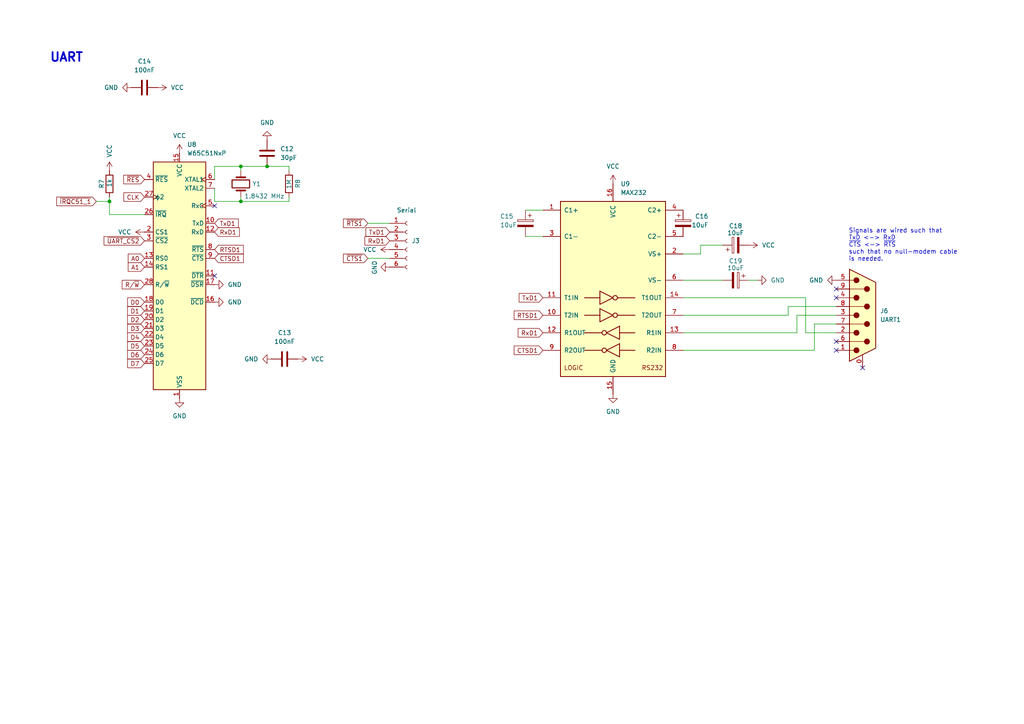
<source format=kicad_sch>
(kicad_sch
	(version 20231120)
	(generator "eeschema")
	(generator_version "8.0")
	(uuid "781da809-15ac-4ec2-86a1-4456b265d180")
	(paper "A4")
	(lib_symbols
		(symbol "65xx-library:W65C51NxP"
			(exclude_from_sim no)
			(in_bom yes)
			(on_board yes)
			(property "Reference" "U"
				(at 2.54 38.1 0)
				(effects
					(font
						(size 1.27 1.27)
					)
					(justify left)
				)
			)
			(property "Value" "W65C51NxP"
				(at 2.54 35.56 0)
				(effects
					(font
						(size 1.27 1.27)
					)
					(justify left)
				)
			)
			(property "Footprint" "Package_DIP:DIP-28_W15.24mm"
				(at 0 48.26 0)
				(effects
					(font
						(size 1.27 1.27)
					)
					(hide yes)
				)
			)
			(property "Datasheet" "http://www.westerndesigncenter.com/wdc/documentation/w65c51n.pdf"
				(at 0 45.72 0)
				(effects
					(font
						(size 1.27 1.27)
					)
					(hide yes)
				)
			)
			(property "Description" "CMOS Asynchronous Communication Interface Adapter (ACIA), Serial UART, DIP-28"
				(at 0 0 0)
				(effects
					(font
						(size 1.27 1.27)
					)
					(hide yes)
				)
			)
			(property "ki_keywords" "6551 65C51 ACIA UART"
				(at 0 0 0)
				(effects
					(font
						(size 1.27 1.27)
					)
					(hide yes)
				)
			)
			(property "ki_fp_filters" "DIP*W15.24mm*"
				(at 0 0 0)
				(effects
					(font
						(size 1.27 1.27)
					)
					(hide yes)
				)
			)
			(symbol "W65C51NxP_0_1"
				(rectangle
					(start -7.62 33.02)
					(end 7.62 -33.02)
					(stroke
						(width 0.254)
						(type default)
					)
					(fill
						(type background)
					)
				)
			)
			(symbol "W65C51NxP_1_1"
				(pin power_in line
					(at 0 -35.56 90)
					(length 2.54)
					(name "VSS"
						(effects
							(font
								(size 1.27 1.27)
							)
						)
					)
					(number "1"
						(effects
							(font
								(size 1.27 1.27)
							)
						)
					)
				)
				(pin output line
					(at 10.16 15.24 180)
					(length 2.54)
					(name "TxD"
						(effects
							(font
								(size 1.27 1.27)
							)
						)
					)
					(number "10"
						(effects
							(font
								(size 1.27 1.27)
							)
						)
					)
				)
				(pin output line
					(at 10.16 0 180)
					(length 2.54)
					(name "~{DTR}"
						(effects
							(font
								(size 1.27 1.27)
							)
						)
					)
					(number "11"
						(effects
							(font
								(size 1.27 1.27)
							)
						)
					)
				)
				(pin input line
					(at 10.16 12.7 180)
					(length 2.54)
					(name "RxD"
						(effects
							(font
								(size 1.27 1.27)
							)
						)
					)
					(number "12"
						(effects
							(font
								(size 1.27 1.27)
							)
						)
					)
				)
				(pin input line
					(at -10.16 5.08 0)
					(length 2.54)
					(name "RS0"
						(effects
							(font
								(size 1.27 1.27)
							)
						)
					)
					(number "13"
						(effects
							(font
								(size 1.27 1.27)
							)
						)
					)
				)
				(pin input line
					(at -10.16 2.54 0)
					(length 2.54)
					(name "RS1"
						(effects
							(font
								(size 1.27 1.27)
							)
						)
					)
					(number "14"
						(effects
							(font
								(size 1.27 1.27)
							)
						)
					)
				)
				(pin power_in line
					(at 0 35.56 270)
					(length 2.54)
					(name "VCC"
						(effects
							(font
								(size 1.27 1.27)
							)
						)
					)
					(number "15"
						(effects
							(font
								(size 1.27 1.27)
							)
						)
					)
				)
				(pin input line
					(at 10.16 -7.62 180)
					(length 2.54)
					(name "~{DCD}"
						(effects
							(font
								(size 1.27 1.27)
							)
						)
					)
					(number "16"
						(effects
							(font
								(size 1.27 1.27)
							)
						)
					)
				)
				(pin input line
					(at 10.16 -2.54 180)
					(length 2.54)
					(name "~{DSR}"
						(effects
							(font
								(size 1.27 1.27)
							)
						)
					)
					(number "17"
						(effects
							(font
								(size 1.27 1.27)
							)
						)
					)
				)
				(pin bidirectional line
					(at -10.16 -7.62 0)
					(length 2.54)
					(name "D0"
						(effects
							(font
								(size 1.27 1.27)
							)
						)
					)
					(number "18"
						(effects
							(font
								(size 1.27 1.27)
							)
						)
					)
				)
				(pin bidirectional line
					(at -10.16 -10.16 0)
					(length 2.54)
					(name "D1"
						(effects
							(font
								(size 1.27 1.27)
							)
						)
					)
					(number "19"
						(effects
							(font
								(size 1.27 1.27)
							)
						)
					)
				)
				(pin input line
					(at -10.16 12.7 0)
					(length 2.54)
					(name "CS1"
						(effects
							(font
								(size 1.27 1.27)
							)
						)
					)
					(number "2"
						(effects
							(font
								(size 1.27 1.27)
							)
						)
					)
				)
				(pin bidirectional line
					(at -10.16 -12.7 0)
					(length 2.54)
					(name "D2"
						(effects
							(font
								(size 1.27 1.27)
							)
						)
					)
					(number "20"
						(effects
							(font
								(size 1.27 1.27)
							)
						)
					)
				)
				(pin bidirectional line
					(at -10.16 -15.24 0)
					(length 2.54)
					(name "D3"
						(effects
							(font
								(size 1.27 1.27)
							)
						)
					)
					(number "21"
						(effects
							(font
								(size 1.27 1.27)
							)
						)
					)
				)
				(pin bidirectional line
					(at -10.16 -17.78 0)
					(length 2.54)
					(name "D4"
						(effects
							(font
								(size 1.27 1.27)
							)
						)
					)
					(number "22"
						(effects
							(font
								(size 1.27 1.27)
							)
						)
					)
				)
				(pin bidirectional line
					(at -10.16 -20.32 0)
					(length 2.54)
					(name "D5"
						(effects
							(font
								(size 1.27 1.27)
							)
						)
					)
					(number "23"
						(effects
							(font
								(size 1.27 1.27)
							)
						)
					)
				)
				(pin bidirectional line
					(at -10.16 -22.86 0)
					(length 2.54)
					(name "D6"
						(effects
							(font
								(size 1.27 1.27)
							)
						)
					)
					(number "24"
						(effects
							(font
								(size 1.27 1.27)
							)
						)
					)
				)
				(pin bidirectional line
					(at -10.16 -25.4 0)
					(length 2.54)
					(name "D7"
						(effects
							(font
								(size 1.27 1.27)
							)
						)
					)
					(number "25"
						(effects
							(font
								(size 1.27 1.27)
							)
						)
					)
				)
				(pin open_collector line
					(at -10.16 17.78 0)
					(length 2.54)
					(name "~{IRQ}"
						(effects
							(font
								(size 1.27 1.27)
							)
						)
					)
					(number "26"
						(effects
							(font
								(size 1.27 1.27)
							)
						)
					)
				)
				(pin input clock
					(at -10.16 22.86 0)
					(length 2.54)
					(name "ϕ2"
						(effects
							(font
								(size 1.27 1.27)
							)
						)
					)
					(number "27"
						(effects
							(font
								(size 1.27 1.27)
							)
						)
					)
				)
				(pin input line
					(at -10.16 -2.54 0)
					(length 2.54)
					(name "R/~{W}"
						(effects
							(font
								(size 1.27 1.27)
							)
						)
					)
					(number "28"
						(effects
							(font
								(size 1.27 1.27)
							)
						)
					)
				)
				(pin input line
					(at -10.16 10.16 0)
					(length 2.54)
					(name "~{CS2}"
						(effects
							(font
								(size 1.27 1.27)
							)
						)
					)
					(number "3"
						(effects
							(font
								(size 1.27 1.27)
							)
						)
					)
				)
				(pin input line
					(at -10.16 27.94 0)
					(length 2.54)
					(name "~{RES}"
						(effects
							(font
								(size 1.27 1.27)
							)
						)
					)
					(number "4"
						(effects
							(font
								(size 1.27 1.27)
							)
						)
					)
				)
				(pin bidirectional clock
					(at 10.16 20.32 180)
					(length 2.54)
					(name "RxC"
						(effects
							(font
								(size 1.27 1.27)
							)
						)
					)
					(number "5"
						(effects
							(font
								(size 1.27 1.27)
							)
						)
					)
				)
				(pin input clock
					(at 10.16 27.94 180)
					(length 2.54)
					(name "XTAL1"
						(effects
							(font
								(size 1.27 1.27)
							)
						)
					)
					(number "6"
						(effects
							(font
								(size 1.27 1.27)
							)
						)
					)
				)
				(pin output line
					(at 10.16 25.4 180)
					(length 2.54)
					(name "XTAL2"
						(effects
							(font
								(size 1.27 1.27)
							)
						)
					)
					(number "7"
						(effects
							(font
								(size 1.27 1.27)
							)
						)
					)
				)
				(pin output line
					(at 10.16 7.62 180)
					(length 2.54)
					(name "~{RTS}"
						(effects
							(font
								(size 1.27 1.27)
							)
						)
					)
					(number "8"
						(effects
							(font
								(size 1.27 1.27)
							)
						)
					)
				)
				(pin input line
					(at 10.16 5.08 180)
					(length 2.54)
					(name "~{CTS}"
						(effects
							(font
								(size 1.27 1.27)
							)
						)
					)
					(number "9"
						(effects
							(font
								(size 1.27 1.27)
							)
						)
					)
				)
			)
		)
		(symbol "Connector:Conn_01x06_Socket"
			(pin_names
				(offset 1.016) hide)
			(exclude_from_sim no)
			(in_bom yes)
			(on_board yes)
			(property "Reference" "J"
				(at 0 7.62 0)
				(effects
					(font
						(size 1.27 1.27)
					)
				)
			)
			(property "Value" "Conn_01x06_Socket"
				(at 0 -10.16 0)
				(effects
					(font
						(size 1.27 1.27)
					)
				)
			)
			(property "Footprint" ""
				(at 0 0 0)
				(effects
					(font
						(size 1.27 1.27)
					)
					(hide yes)
				)
			)
			(property "Datasheet" "~"
				(at 0 0 0)
				(effects
					(font
						(size 1.27 1.27)
					)
					(hide yes)
				)
			)
			(property "Description" "Generic connector, single row, 01x06, script generated"
				(at 0 0 0)
				(effects
					(font
						(size 1.27 1.27)
					)
					(hide yes)
				)
			)
			(property "ki_locked" ""
				(at 0 0 0)
				(effects
					(font
						(size 1.27 1.27)
					)
				)
			)
			(property "ki_keywords" "connector"
				(at 0 0 0)
				(effects
					(font
						(size 1.27 1.27)
					)
					(hide yes)
				)
			)
			(property "ki_fp_filters" "Connector*:*_1x??_*"
				(at 0 0 0)
				(effects
					(font
						(size 1.27 1.27)
					)
					(hide yes)
				)
			)
			(symbol "Conn_01x06_Socket_1_1"
				(arc
					(start 0 -7.112)
					(mid -0.5058 -7.62)
					(end 0 -8.128)
					(stroke
						(width 0.1524)
						(type default)
					)
					(fill
						(type none)
					)
				)
				(arc
					(start 0 -4.572)
					(mid -0.5058 -5.08)
					(end 0 -5.588)
					(stroke
						(width 0.1524)
						(type default)
					)
					(fill
						(type none)
					)
				)
				(arc
					(start 0 -2.032)
					(mid -0.5058 -2.54)
					(end 0 -3.048)
					(stroke
						(width 0.1524)
						(type default)
					)
					(fill
						(type none)
					)
				)
				(polyline
					(pts
						(xy -1.27 -7.62) (xy -0.508 -7.62)
					)
					(stroke
						(width 0.1524)
						(type default)
					)
					(fill
						(type none)
					)
				)
				(polyline
					(pts
						(xy -1.27 -5.08) (xy -0.508 -5.08)
					)
					(stroke
						(width 0.1524)
						(type default)
					)
					(fill
						(type none)
					)
				)
				(polyline
					(pts
						(xy -1.27 -2.54) (xy -0.508 -2.54)
					)
					(stroke
						(width 0.1524)
						(type default)
					)
					(fill
						(type none)
					)
				)
				(polyline
					(pts
						(xy -1.27 0) (xy -0.508 0)
					)
					(stroke
						(width 0.1524)
						(type default)
					)
					(fill
						(type none)
					)
				)
				(polyline
					(pts
						(xy -1.27 2.54) (xy -0.508 2.54)
					)
					(stroke
						(width 0.1524)
						(type default)
					)
					(fill
						(type none)
					)
				)
				(polyline
					(pts
						(xy -1.27 5.08) (xy -0.508 5.08)
					)
					(stroke
						(width 0.1524)
						(type default)
					)
					(fill
						(type none)
					)
				)
				(arc
					(start 0 0.508)
					(mid -0.5058 0)
					(end 0 -0.508)
					(stroke
						(width 0.1524)
						(type default)
					)
					(fill
						(type none)
					)
				)
				(arc
					(start 0 3.048)
					(mid -0.5058 2.54)
					(end 0 2.032)
					(stroke
						(width 0.1524)
						(type default)
					)
					(fill
						(type none)
					)
				)
				(arc
					(start 0 5.588)
					(mid -0.5058 5.08)
					(end 0 4.572)
					(stroke
						(width 0.1524)
						(type default)
					)
					(fill
						(type none)
					)
				)
				(pin passive line
					(at -5.08 5.08 0)
					(length 3.81)
					(name "Pin_1"
						(effects
							(font
								(size 1.27 1.27)
							)
						)
					)
					(number "1"
						(effects
							(font
								(size 1.27 1.27)
							)
						)
					)
				)
				(pin passive line
					(at -5.08 2.54 0)
					(length 3.81)
					(name "Pin_2"
						(effects
							(font
								(size 1.27 1.27)
							)
						)
					)
					(number "2"
						(effects
							(font
								(size 1.27 1.27)
							)
						)
					)
				)
				(pin passive line
					(at -5.08 0 0)
					(length 3.81)
					(name "Pin_3"
						(effects
							(font
								(size 1.27 1.27)
							)
						)
					)
					(number "3"
						(effects
							(font
								(size 1.27 1.27)
							)
						)
					)
				)
				(pin passive line
					(at -5.08 -2.54 0)
					(length 3.81)
					(name "Pin_4"
						(effects
							(font
								(size 1.27 1.27)
							)
						)
					)
					(number "4"
						(effects
							(font
								(size 1.27 1.27)
							)
						)
					)
				)
				(pin passive line
					(at -5.08 -5.08 0)
					(length 3.81)
					(name "Pin_5"
						(effects
							(font
								(size 1.27 1.27)
							)
						)
					)
					(number "5"
						(effects
							(font
								(size 1.27 1.27)
							)
						)
					)
				)
				(pin passive line
					(at -5.08 -7.62 0)
					(length 3.81)
					(name "Pin_6"
						(effects
							(font
								(size 1.27 1.27)
							)
						)
					)
					(number "6"
						(effects
							(font
								(size 1.27 1.27)
							)
						)
					)
				)
			)
		)
		(symbol "Connector:DE9_Plug_MountingHoles"
			(pin_names
				(offset 1.016) hide)
			(exclude_from_sim no)
			(in_bom yes)
			(on_board yes)
			(property "Reference" "J"
				(at 0 16.51 0)
				(effects
					(font
						(size 1.27 1.27)
					)
				)
			)
			(property "Value" "DE9_Plug_MountingHoles"
				(at 0 14.605 0)
				(effects
					(font
						(size 1.27 1.27)
					)
				)
			)
			(property "Footprint" ""
				(at 0 0 0)
				(effects
					(font
						(size 1.27 1.27)
					)
					(hide yes)
				)
			)
			(property "Datasheet" " ~"
				(at 0 0 0)
				(effects
					(font
						(size 1.27 1.27)
					)
					(hide yes)
				)
			)
			(property "Description" "9-pin male plug pin D-SUB connector, Mounting Hole"
				(at 0 0 0)
				(effects
					(font
						(size 1.27 1.27)
					)
					(hide yes)
				)
			)
			(property "ki_keywords" "connector plug male D-SUB DB9"
				(at 0 0 0)
				(effects
					(font
						(size 1.27 1.27)
					)
					(hide yes)
				)
			)
			(property "ki_fp_filters" "DSUB*Male*"
				(at 0 0 0)
				(effects
					(font
						(size 1.27 1.27)
					)
					(hide yes)
				)
			)
			(symbol "DE9_Plug_MountingHoles_0_1"
				(circle
					(center -1.778 -10.16)
					(radius 0.762)
					(stroke
						(width 0)
						(type default)
					)
					(fill
						(type outline)
					)
				)
				(circle
					(center -1.778 -5.08)
					(radius 0.762)
					(stroke
						(width 0)
						(type default)
					)
					(fill
						(type outline)
					)
				)
				(circle
					(center -1.778 0)
					(radius 0.762)
					(stroke
						(width 0)
						(type default)
					)
					(fill
						(type outline)
					)
				)
				(circle
					(center -1.778 5.08)
					(radius 0.762)
					(stroke
						(width 0)
						(type default)
					)
					(fill
						(type outline)
					)
				)
				(circle
					(center -1.778 10.16)
					(radius 0.762)
					(stroke
						(width 0)
						(type default)
					)
					(fill
						(type outline)
					)
				)
				(polyline
					(pts
						(xy -3.81 -10.16) (xy -2.54 -10.16)
					)
					(stroke
						(width 0)
						(type default)
					)
					(fill
						(type none)
					)
				)
				(polyline
					(pts
						(xy -3.81 -7.62) (xy 0.508 -7.62)
					)
					(stroke
						(width 0)
						(type default)
					)
					(fill
						(type none)
					)
				)
				(polyline
					(pts
						(xy -3.81 -5.08) (xy -2.54 -5.08)
					)
					(stroke
						(width 0)
						(type default)
					)
					(fill
						(type none)
					)
				)
				(polyline
					(pts
						(xy -3.81 -2.54) (xy 0.508 -2.54)
					)
					(stroke
						(width 0)
						(type default)
					)
					(fill
						(type none)
					)
				)
				(polyline
					(pts
						(xy -3.81 0) (xy -2.54 0)
					)
					(stroke
						(width 0)
						(type default)
					)
					(fill
						(type none)
					)
				)
				(polyline
					(pts
						(xy -3.81 2.54) (xy 0.508 2.54)
					)
					(stroke
						(width 0)
						(type default)
					)
					(fill
						(type none)
					)
				)
				(polyline
					(pts
						(xy -3.81 5.08) (xy -2.54 5.08)
					)
					(stroke
						(width 0)
						(type default)
					)
					(fill
						(type none)
					)
				)
				(polyline
					(pts
						(xy -3.81 7.62) (xy 0.508 7.62)
					)
					(stroke
						(width 0)
						(type default)
					)
					(fill
						(type none)
					)
				)
				(polyline
					(pts
						(xy -3.81 10.16) (xy -2.54 10.16)
					)
					(stroke
						(width 0)
						(type default)
					)
					(fill
						(type none)
					)
				)
				(polyline
					(pts
						(xy -3.81 -13.335) (xy -3.81 13.335) (xy 3.81 9.525) (xy 3.81 -9.525) (xy -3.81 -13.335)
					)
					(stroke
						(width 0.254)
						(type default)
					)
					(fill
						(type background)
					)
				)
				(circle
					(center 1.27 -7.62)
					(radius 0.762)
					(stroke
						(width 0)
						(type default)
					)
					(fill
						(type outline)
					)
				)
				(circle
					(center 1.27 -2.54)
					(radius 0.762)
					(stroke
						(width 0)
						(type default)
					)
					(fill
						(type outline)
					)
				)
				(circle
					(center 1.27 2.54)
					(radius 0.762)
					(stroke
						(width 0)
						(type default)
					)
					(fill
						(type outline)
					)
				)
				(circle
					(center 1.27 7.62)
					(radius 0.762)
					(stroke
						(width 0)
						(type default)
					)
					(fill
						(type outline)
					)
				)
			)
			(symbol "DE9_Plug_MountingHoles_1_1"
				(pin passive line
					(at 0 -15.24 90)
					(length 3.81)
					(name "PAD"
						(effects
							(font
								(size 1.27 1.27)
							)
						)
					)
					(number "0"
						(effects
							(font
								(size 1.27 1.27)
							)
						)
					)
				)
				(pin passive line
					(at -7.62 -10.16 0)
					(length 3.81)
					(name "1"
						(effects
							(font
								(size 1.27 1.27)
							)
						)
					)
					(number "1"
						(effects
							(font
								(size 1.27 1.27)
							)
						)
					)
				)
				(pin passive line
					(at -7.62 -5.08 0)
					(length 3.81)
					(name "2"
						(effects
							(font
								(size 1.27 1.27)
							)
						)
					)
					(number "2"
						(effects
							(font
								(size 1.27 1.27)
							)
						)
					)
				)
				(pin passive line
					(at -7.62 0 0)
					(length 3.81)
					(name "3"
						(effects
							(font
								(size 1.27 1.27)
							)
						)
					)
					(number "3"
						(effects
							(font
								(size 1.27 1.27)
							)
						)
					)
				)
				(pin passive line
					(at -7.62 5.08 0)
					(length 3.81)
					(name "4"
						(effects
							(font
								(size 1.27 1.27)
							)
						)
					)
					(number "4"
						(effects
							(font
								(size 1.27 1.27)
							)
						)
					)
				)
				(pin passive line
					(at -7.62 10.16 0)
					(length 3.81)
					(name "5"
						(effects
							(font
								(size 1.27 1.27)
							)
						)
					)
					(number "5"
						(effects
							(font
								(size 1.27 1.27)
							)
						)
					)
				)
				(pin passive line
					(at -7.62 -7.62 0)
					(length 3.81)
					(name "6"
						(effects
							(font
								(size 1.27 1.27)
							)
						)
					)
					(number "6"
						(effects
							(font
								(size 1.27 1.27)
							)
						)
					)
				)
				(pin passive line
					(at -7.62 -2.54 0)
					(length 3.81)
					(name "7"
						(effects
							(font
								(size 1.27 1.27)
							)
						)
					)
					(number "7"
						(effects
							(font
								(size 1.27 1.27)
							)
						)
					)
				)
				(pin passive line
					(at -7.62 2.54 0)
					(length 3.81)
					(name "8"
						(effects
							(font
								(size 1.27 1.27)
							)
						)
					)
					(number "8"
						(effects
							(font
								(size 1.27 1.27)
							)
						)
					)
				)
				(pin passive line
					(at -7.62 7.62 0)
					(length 3.81)
					(name "9"
						(effects
							(font
								(size 1.27 1.27)
							)
						)
					)
					(number "9"
						(effects
							(font
								(size 1.27 1.27)
							)
						)
					)
				)
			)
		)
		(symbol "Device:C"
			(pin_numbers hide)
			(pin_names
				(offset 0.254)
			)
			(exclude_from_sim no)
			(in_bom yes)
			(on_board yes)
			(property "Reference" "C"
				(at 0.635 2.54 0)
				(effects
					(font
						(size 1.27 1.27)
					)
					(justify left)
				)
			)
			(property "Value" "C"
				(at 0.635 -2.54 0)
				(effects
					(font
						(size 1.27 1.27)
					)
					(justify left)
				)
			)
			(property "Footprint" ""
				(at 0.9652 -3.81 0)
				(effects
					(font
						(size 1.27 1.27)
					)
					(hide yes)
				)
			)
			(property "Datasheet" "~"
				(at 0 0 0)
				(effects
					(font
						(size 1.27 1.27)
					)
					(hide yes)
				)
			)
			(property "Description" "Unpolarized capacitor"
				(at 0 0 0)
				(effects
					(font
						(size 1.27 1.27)
					)
					(hide yes)
				)
			)
			(property "ki_keywords" "cap capacitor"
				(at 0 0 0)
				(effects
					(font
						(size 1.27 1.27)
					)
					(hide yes)
				)
			)
			(property "ki_fp_filters" "C_*"
				(at 0 0 0)
				(effects
					(font
						(size 1.27 1.27)
					)
					(hide yes)
				)
			)
			(symbol "C_0_1"
				(polyline
					(pts
						(xy -2.032 -0.762) (xy 2.032 -0.762)
					)
					(stroke
						(width 0.508)
						(type default)
					)
					(fill
						(type none)
					)
				)
				(polyline
					(pts
						(xy -2.032 0.762) (xy 2.032 0.762)
					)
					(stroke
						(width 0.508)
						(type default)
					)
					(fill
						(type none)
					)
				)
			)
			(symbol "C_1_1"
				(pin passive line
					(at 0 3.81 270)
					(length 2.794)
					(name "~"
						(effects
							(font
								(size 1.27 1.27)
							)
						)
					)
					(number "1"
						(effects
							(font
								(size 1.27 1.27)
							)
						)
					)
				)
				(pin passive line
					(at 0 -3.81 90)
					(length 2.794)
					(name "~"
						(effects
							(font
								(size 1.27 1.27)
							)
						)
					)
					(number "2"
						(effects
							(font
								(size 1.27 1.27)
							)
						)
					)
				)
			)
		)
		(symbol "Device:C_Polarized"
			(pin_numbers hide)
			(pin_names
				(offset 0.254)
			)
			(exclude_from_sim no)
			(in_bom yes)
			(on_board yes)
			(property "Reference" "C"
				(at 0.635 2.54 0)
				(effects
					(font
						(size 1.27 1.27)
					)
					(justify left)
				)
			)
			(property "Value" "C_Polarized"
				(at 0.635 -2.54 0)
				(effects
					(font
						(size 1.27 1.27)
					)
					(justify left)
				)
			)
			(property "Footprint" ""
				(at 0.9652 -3.81 0)
				(effects
					(font
						(size 1.27 1.27)
					)
					(hide yes)
				)
			)
			(property "Datasheet" "~"
				(at 0 0 0)
				(effects
					(font
						(size 1.27 1.27)
					)
					(hide yes)
				)
			)
			(property "Description" "Polarized capacitor"
				(at 0 0 0)
				(effects
					(font
						(size 1.27 1.27)
					)
					(hide yes)
				)
			)
			(property "ki_keywords" "cap capacitor"
				(at 0 0 0)
				(effects
					(font
						(size 1.27 1.27)
					)
					(hide yes)
				)
			)
			(property "ki_fp_filters" "CP_*"
				(at 0 0 0)
				(effects
					(font
						(size 1.27 1.27)
					)
					(hide yes)
				)
			)
			(symbol "C_Polarized_0_1"
				(rectangle
					(start -2.286 0.508)
					(end 2.286 1.016)
					(stroke
						(width 0)
						(type default)
					)
					(fill
						(type none)
					)
				)
				(polyline
					(pts
						(xy -1.778 2.286) (xy -0.762 2.286)
					)
					(stroke
						(width 0)
						(type default)
					)
					(fill
						(type none)
					)
				)
				(polyline
					(pts
						(xy -1.27 2.794) (xy -1.27 1.778)
					)
					(stroke
						(width 0)
						(type default)
					)
					(fill
						(type none)
					)
				)
				(rectangle
					(start 2.286 -0.508)
					(end -2.286 -1.016)
					(stroke
						(width 0)
						(type default)
					)
					(fill
						(type outline)
					)
				)
			)
			(symbol "C_Polarized_1_1"
				(pin passive line
					(at 0 3.81 270)
					(length 2.794)
					(name "~"
						(effects
							(font
								(size 1.27 1.27)
							)
						)
					)
					(number "1"
						(effects
							(font
								(size 1.27 1.27)
							)
						)
					)
				)
				(pin passive line
					(at 0 -3.81 90)
					(length 2.794)
					(name "~"
						(effects
							(font
								(size 1.27 1.27)
							)
						)
					)
					(number "2"
						(effects
							(font
								(size 1.27 1.27)
							)
						)
					)
				)
			)
		)
		(symbol "Device:Crystal"
			(pin_numbers hide)
			(pin_names
				(offset 1.016) hide)
			(exclude_from_sim no)
			(in_bom yes)
			(on_board yes)
			(property "Reference" "Y"
				(at 0 3.81 0)
				(effects
					(font
						(size 1.27 1.27)
					)
				)
			)
			(property "Value" "Crystal"
				(at 0 -3.81 0)
				(effects
					(font
						(size 1.27 1.27)
					)
				)
			)
			(property "Footprint" ""
				(at 0 0 0)
				(effects
					(font
						(size 1.27 1.27)
					)
					(hide yes)
				)
			)
			(property "Datasheet" "~"
				(at 0 0 0)
				(effects
					(font
						(size 1.27 1.27)
					)
					(hide yes)
				)
			)
			(property "Description" "Two pin crystal"
				(at 0 0 0)
				(effects
					(font
						(size 1.27 1.27)
					)
					(hide yes)
				)
			)
			(property "ki_keywords" "quartz ceramic resonator oscillator"
				(at 0 0 0)
				(effects
					(font
						(size 1.27 1.27)
					)
					(hide yes)
				)
			)
			(property "ki_fp_filters" "Crystal*"
				(at 0 0 0)
				(effects
					(font
						(size 1.27 1.27)
					)
					(hide yes)
				)
			)
			(symbol "Crystal_0_1"
				(rectangle
					(start -1.143 2.54)
					(end 1.143 -2.54)
					(stroke
						(width 0.3048)
						(type default)
					)
					(fill
						(type none)
					)
				)
				(polyline
					(pts
						(xy -2.54 0) (xy -1.905 0)
					)
					(stroke
						(width 0)
						(type default)
					)
					(fill
						(type none)
					)
				)
				(polyline
					(pts
						(xy -1.905 -1.27) (xy -1.905 1.27)
					)
					(stroke
						(width 0.508)
						(type default)
					)
					(fill
						(type none)
					)
				)
				(polyline
					(pts
						(xy 1.905 -1.27) (xy 1.905 1.27)
					)
					(stroke
						(width 0.508)
						(type default)
					)
					(fill
						(type none)
					)
				)
				(polyline
					(pts
						(xy 2.54 0) (xy 1.905 0)
					)
					(stroke
						(width 0)
						(type default)
					)
					(fill
						(type none)
					)
				)
			)
			(symbol "Crystal_1_1"
				(pin passive line
					(at -3.81 0 0)
					(length 1.27)
					(name "1"
						(effects
							(font
								(size 1.27 1.27)
							)
						)
					)
					(number "1"
						(effects
							(font
								(size 1.27 1.27)
							)
						)
					)
				)
				(pin passive line
					(at 3.81 0 180)
					(length 1.27)
					(name "2"
						(effects
							(font
								(size 1.27 1.27)
							)
						)
					)
					(number "2"
						(effects
							(font
								(size 1.27 1.27)
							)
						)
					)
				)
			)
		)
		(symbol "Device:R"
			(pin_numbers hide)
			(pin_names
				(offset 0)
			)
			(exclude_from_sim no)
			(in_bom yes)
			(on_board yes)
			(property "Reference" "R"
				(at 2.032 0 90)
				(effects
					(font
						(size 1.27 1.27)
					)
				)
			)
			(property "Value" "R"
				(at 0 0 90)
				(effects
					(font
						(size 1.27 1.27)
					)
				)
			)
			(property "Footprint" ""
				(at -1.778 0 90)
				(effects
					(font
						(size 1.27 1.27)
					)
					(hide yes)
				)
			)
			(property "Datasheet" "~"
				(at 0 0 0)
				(effects
					(font
						(size 1.27 1.27)
					)
					(hide yes)
				)
			)
			(property "Description" "Resistor"
				(at 0 0 0)
				(effects
					(font
						(size 1.27 1.27)
					)
					(hide yes)
				)
			)
			(property "ki_keywords" "R res resistor"
				(at 0 0 0)
				(effects
					(font
						(size 1.27 1.27)
					)
					(hide yes)
				)
			)
			(property "ki_fp_filters" "R_*"
				(at 0 0 0)
				(effects
					(font
						(size 1.27 1.27)
					)
					(hide yes)
				)
			)
			(symbol "R_0_1"
				(rectangle
					(start -1.016 -2.54)
					(end 1.016 2.54)
					(stroke
						(width 0.254)
						(type default)
					)
					(fill
						(type none)
					)
				)
			)
			(symbol "R_1_1"
				(pin passive line
					(at 0 3.81 270)
					(length 1.27)
					(name "~"
						(effects
							(font
								(size 1.27 1.27)
							)
						)
					)
					(number "1"
						(effects
							(font
								(size 1.27 1.27)
							)
						)
					)
				)
				(pin passive line
					(at 0 -3.81 90)
					(length 1.27)
					(name "~"
						(effects
							(font
								(size 1.27 1.27)
							)
						)
					)
					(number "2"
						(effects
							(font
								(size 1.27 1.27)
							)
						)
					)
				)
			)
		)
		(symbol "Interface_UART:MAX232"
			(pin_names
				(offset 1.016)
			)
			(exclude_from_sim no)
			(in_bom yes)
			(on_board yes)
			(property "Reference" "U"
				(at -2.54 28.575 0)
				(effects
					(font
						(size 1.27 1.27)
					)
					(justify right)
				)
			)
			(property "Value" "MAX232"
				(at -2.54 26.67 0)
				(effects
					(font
						(size 1.27 1.27)
					)
					(justify right)
				)
			)
			(property "Footprint" ""
				(at 1.27 -26.67 0)
				(effects
					(font
						(size 1.27 1.27)
					)
					(justify left)
					(hide yes)
				)
			)
			(property "Datasheet" "http://www.ti.com/lit/ds/symlink/max232.pdf"
				(at 0 2.54 0)
				(effects
					(font
						(size 1.27 1.27)
					)
					(hide yes)
				)
			)
			(property "Description" "Dual RS232 driver/receiver, 5V supply, 120kb/s, 0C-70C"
				(at 0 0 0)
				(effects
					(font
						(size 1.27 1.27)
					)
					(hide yes)
				)
			)
			(property "ki_keywords" "rs232 uart transceiver line-driver"
				(at 0 0 0)
				(effects
					(font
						(size 1.27 1.27)
					)
					(hide yes)
				)
			)
			(property "ki_fp_filters" "SOIC*P1.27mm* DIP*W7.62mm* TSSOP*4.4x5mm*P0.65mm*"
				(at 0 0 0)
				(effects
					(font
						(size 1.27 1.27)
					)
					(hide yes)
				)
			)
			(symbol "MAX232_0_0"
				(text "LOGIC"
					(at -11.43 -22.86 0)
					(effects
						(font
							(size 1.27 1.27)
						)
					)
				)
				(text "RS232"
					(at 11.43 -22.86 0)
					(effects
						(font
							(size 1.27 1.27)
						)
					)
				)
			)
			(symbol "MAX232_0_1"
				(rectangle
					(start -15.24 -25.4)
					(end 15.24 25.4)
					(stroke
						(width 0.254)
						(type default)
					)
					(fill
						(type background)
					)
				)
				(circle
					(center -2.54 -17.78)
					(radius 0.635)
					(stroke
						(width 0.254)
						(type default)
					)
					(fill
						(type none)
					)
				)
				(circle
					(center -2.54 -12.7)
					(radius 0.635)
					(stroke
						(width 0.254)
						(type default)
					)
					(fill
						(type none)
					)
				)
				(polyline
					(pts
						(xy -3.81 -7.62) (xy -8.255 -7.62)
					)
					(stroke
						(width 0.254)
						(type default)
					)
					(fill
						(type none)
					)
				)
				(polyline
					(pts
						(xy -3.81 -2.54) (xy -8.255 -2.54)
					)
					(stroke
						(width 0.254)
						(type default)
					)
					(fill
						(type none)
					)
				)
				(polyline
					(pts
						(xy -3.175 -17.78) (xy -8.255 -17.78)
					)
					(stroke
						(width 0.254)
						(type default)
					)
					(fill
						(type none)
					)
				)
				(polyline
					(pts
						(xy -3.175 -12.7) (xy -8.255 -12.7)
					)
					(stroke
						(width 0.254)
						(type default)
					)
					(fill
						(type none)
					)
				)
				(polyline
					(pts
						(xy 1.27 -7.62) (xy 6.35 -7.62)
					)
					(stroke
						(width 0.254)
						(type default)
					)
					(fill
						(type none)
					)
				)
				(polyline
					(pts
						(xy 1.27 -2.54) (xy 6.35 -2.54)
					)
					(stroke
						(width 0.254)
						(type default)
					)
					(fill
						(type none)
					)
				)
				(polyline
					(pts
						(xy 1.905 -17.78) (xy 6.35 -17.78)
					)
					(stroke
						(width 0.254)
						(type default)
					)
					(fill
						(type none)
					)
				)
				(polyline
					(pts
						(xy 1.905 -12.7) (xy 6.35 -12.7)
					)
					(stroke
						(width 0.254)
						(type default)
					)
					(fill
						(type none)
					)
				)
				(polyline
					(pts
						(xy -3.81 -5.715) (xy -3.81 -9.525) (xy 0 -7.62) (xy -3.81 -5.715)
					)
					(stroke
						(width 0.254)
						(type default)
					)
					(fill
						(type none)
					)
				)
				(polyline
					(pts
						(xy -3.81 -0.635) (xy -3.81 -4.445) (xy 0 -2.54) (xy -3.81 -0.635)
					)
					(stroke
						(width 0.254)
						(type default)
					)
					(fill
						(type none)
					)
				)
				(polyline
					(pts
						(xy 1.905 -15.875) (xy 1.905 -19.685) (xy -1.905 -17.78) (xy 1.905 -15.875)
					)
					(stroke
						(width 0.254)
						(type default)
					)
					(fill
						(type none)
					)
				)
				(polyline
					(pts
						(xy 1.905 -10.795) (xy 1.905 -14.605) (xy -1.905 -12.7) (xy 1.905 -10.795)
					)
					(stroke
						(width 0.254)
						(type default)
					)
					(fill
						(type none)
					)
				)
				(circle
					(center 0.635 -7.62)
					(radius 0.635)
					(stroke
						(width 0.254)
						(type default)
					)
					(fill
						(type none)
					)
				)
				(circle
					(center 0.635 -2.54)
					(radius 0.635)
					(stroke
						(width 0.254)
						(type default)
					)
					(fill
						(type none)
					)
				)
			)
			(symbol "MAX232_1_1"
				(pin passive line
					(at -20.32 22.86 0)
					(length 5.08)
					(name "C1+"
						(effects
							(font
								(size 1.27 1.27)
							)
						)
					)
					(number "1"
						(effects
							(font
								(size 1.27 1.27)
							)
						)
					)
				)
				(pin input line
					(at -20.32 -7.62 0)
					(length 5.08)
					(name "T2IN"
						(effects
							(font
								(size 1.27 1.27)
							)
						)
					)
					(number "10"
						(effects
							(font
								(size 1.27 1.27)
							)
						)
					)
				)
				(pin input line
					(at -20.32 -2.54 0)
					(length 5.08)
					(name "T1IN"
						(effects
							(font
								(size 1.27 1.27)
							)
						)
					)
					(number "11"
						(effects
							(font
								(size 1.27 1.27)
							)
						)
					)
				)
				(pin output line
					(at -20.32 -12.7 0)
					(length 5.08)
					(name "R1OUT"
						(effects
							(font
								(size 1.27 1.27)
							)
						)
					)
					(number "12"
						(effects
							(font
								(size 1.27 1.27)
							)
						)
					)
				)
				(pin input line
					(at 20.32 -12.7 180)
					(length 5.08)
					(name "R1IN"
						(effects
							(font
								(size 1.27 1.27)
							)
						)
					)
					(number "13"
						(effects
							(font
								(size 1.27 1.27)
							)
						)
					)
				)
				(pin output line
					(at 20.32 -2.54 180)
					(length 5.08)
					(name "T1OUT"
						(effects
							(font
								(size 1.27 1.27)
							)
						)
					)
					(number "14"
						(effects
							(font
								(size 1.27 1.27)
							)
						)
					)
				)
				(pin power_in line
					(at 0 -30.48 90)
					(length 5.08)
					(name "GND"
						(effects
							(font
								(size 1.27 1.27)
							)
						)
					)
					(number "15"
						(effects
							(font
								(size 1.27 1.27)
							)
						)
					)
				)
				(pin power_in line
					(at 0 30.48 270)
					(length 5.08)
					(name "VCC"
						(effects
							(font
								(size 1.27 1.27)
							)
						)
					)
					(number "16"
						(effects
							(font
								(size 1.27 1.27)
							)
						)
					)
				)
				(pin power_out line
					(at 20.32 10.16 180)
					(length 5.08)
					(name "VS+"
						(effects
							(font
								(size 1.27 1.27)
							)
						)
					)
					(number "2"
						(effects
							(font
								(size 1.27 1.27)
							)
						)
					)
				)
				(pin passive line
					(at -20.32 15.24 0)
					(length 5.08)
					(name "C1-"
						(effects
							(font
								(size 1.27 1.27)
							)
						)
					)
					(number "3"
						(effects
							(font
								(size 1.27 1.27)
							)
						)
					)
				)
				(pin passive line
					(at 20.32 22.86 180)
					(length 5.08)
					(name "C2+"
						(effects
							(font
								(size 1.27 1.27)
							)
						)
					)
					(number "4"
						(effects
							(font
								(size 1.27 1.27)
							)
						)
					)
				)
				(pin passive line
					(at 20.32 15.24 180)
					(length 5.08)
					(name "C2-"
						(effects
							(font
								(size 1.27 1.27)
							)
						)
					)
					(number "5"
						(effects
							(font
								(size 1.27 1.27)
							)
						)
					)
				)
				(pin power_out line
					(at 20.32 2.54 180)
					(length 5.08)
					(name "VS-"
						(effects
							(font
								(size 1.27 1.27)
							)
						)
					)
					(number "6"
						(effects
							(font
								(size 1.27 1.27)
							)
						)
					)
				)
				(pin output line
					(at 20.32 -7.62 180)
					(length 5.08)
					(name "T2OUT"
						(effects
							(font
								(size 1.27 1.27)
							)
						)
					)
					(number "7"
						(effects
							(font
								(size 1.27 1.27)
							)
						)
					)
				)
				(pin input line
					(at 20.32 -17.78 180)
					(length 5.08)
					(name "R2IN"
						(effects
							(font
								(size 1.27 1.27)
							)
						)
					)
					(number "8"
						(effects
							(font
								(size 1.27 1.27)
							)
						)
					)
				)
				(pin output line
					(at -20.32 -17.78 0)
					(length 5.08)
					(name "R2OUT"
						(effects
							(font
								(size 1.27 1.27)
							)
						)
					)
					(number "9"
						(effects
							(font
								(size 1.27 1.27)
							)
						)
					)
				)
			)
		)
		(symbol "power:GND"
			(power)
			(pin_numbers hide)
			(pin_names
				(offset 0) hide)
			(exclude_from_sim no)
			(in_bom yes)
			(on_board yes)
			(property "Reference" "#PWR"
				(at 0 -6.35 0)
				(effects
					(font
						(size 1.27 1.27)
					)
					(hide yes)
				)
			)
			(property "Value" "GND"
				(at 0 -3.81 0)
				(effects
					(font
						(size 1.27 1.27)
					)
				)
			)
			(property "Footprint" ""
				(at 0 0 0)
				(effects
					(font
						(size 1.27 1.27)
					)
					(hide yes)
				)
			)
			(property "Datasheet" ""
				(at 0 0 0)
				(effects
					(font
						(size 1.27 1.27)
					)
					(hide yes)
				)
			)
			(property "Description" "Power symbol creates a global label with name \"GND\" , ground"
				(at 0 0 0)
				(effects
					(font
						(size 1.27 1.27)
					)
					(hide yes)
				)
			)
			(property "ki_keywords" "global power"
				(at 0 0 0)
				(effects
					(font
						(size 1.27 1.27)
					)
					(hide yes)
				)
			)
			(symbol "GND_0_1"
				(polyline
					(pts
						(xy 0 0) (xy 0 -1.27) (xy 1.27 -1.27) (xy 0 -2.54) (xy -1.27 -1.27) (xy 0 -1.27)
					)
					(stroke
						(width 0)
						(type default)
					)
					(fill
						(type none)
					)
				)
			)
			(symbol "GND_1_1"
				(pin power_in line
					(at 0 0 270)
					(length 0)
					(name "~"
						(effects
							(font
								(size 1.27 1.27)
							)
						)
					)
					(number "1"
						(effects
							(font
								(size 1.27 1.27)
							)
						)
					)
				)
			)
		)
		(symbol "power:VCC"
			(power)
			(pin_numbers hide)
			(pin_names
				(offset 0) hide)
			(exclude_from_sim no)
			(in_bom yes)
			(on_board yes)
			(property "Reference" "#PWR"
				(at 0 -3.81 0)
				(effects
					(font
						(size 1.27 1.27)
					)
					(hide yes)
				)
			)
			(property "Value" "VCC"
				(at 0 3.556 0)
				(effects
					(font
						(size 1.27 1.27)
					)
				)
			)
			(property "Footprint" ""
				(at 0 0 0)
				(effects
					(font
						(size 1.27 1.27)
					)
					(hide yes)
				)
			)
			(property "Datasheet" ""
				(at 0 0 0)
				(effects
					(font
						(size 1.27 1.27)
					)
					(hide yes)
				)
			)
			(property "Description" "Power symbol creates a global label with name \"VCC\""
				(at 0 0 0)
				(effects
					(font
						(size 1.27 1.27)
					)
					(hide yes)
				)
			)
			(property "ki_keywords" "global power"
				(at 0 0 0)
				(effects
					(font
						(size 1.27 1.27)
					)
					(hide yes)
				)
			)
			(symbol "VCC_0_1"
				(polyline
					(pts
						(xy -0.762 1.27) (xy 0 2.54)
					)
					(stroke
						(width 0)
						(type default)
					)
					(fill
						(type none)
					)
				)
				(polyline
					(pts
						(xy 0 0) (xy 0 2.54)
					)
					(stroke
						(width 0)
						(type default)
					)
					(fill
						(type none)
					)
				)
				(polyline
					(pts
						(xy 0 2.54) (xy 0.762 1.27)
					)
					(stroke
						(width 0)
						(type default)
					)
					(fill
						(type none)
					)
				)
			)
			(symbol "VCC_1_1"
				(pin power_in line
					(at 0 0 90)
					(length 0)
					(name "~"
						(effects
							(font
								(size 1.27 1.27)
							)
						)
					)
					(number "1"
						(effects
							(font
								(size 1.27 1.27)
							)
						)
					)
				)
			)
		)
	)
	(junction
		(at 69.85 48.26)
		(diameter 0)
		(color 0 0 0 0)
		(uuid "b8ac6d14-79a1-4877-96f1-794e2516cdfc")
	)
	(junction
		(at 31.75 58.42)
		(diameter 0)
		(color 0 0 0 0)
		(uuid "c9c77d5c-316f-4290-88c0-7dc157599f9f")
	)
	(junction
		(at 77.47 48.26)
		(diameter 0)
		(color 0 0 0 0)
		(uuid "cbd7d043-8c17-4c59-8723-3250486c2d8c")
	)
	(junction
		(at 69.85 58.42)
		(diameter 0)
		(color 0 0 0 0)
		(uuid "d96742b2-c56a-4726-87ed-da0c7c2a4b72")
	)
	(no_connect
		(at 62.23 80.01)
		(uuid "02a8324f-065f-4fbe-b2f6-13386d0ef5e9")
	)
	(no_connect
		(at 242.57 83.82)
		(uuid "08d80c0a-0cef-43fa-b1a8-e37292eb8dcc")
	)
	(no_connect
		(at 242.57 99.06)
		(uuid "12d66a10-9742-47d4-a0a1-983d1a9b387d")
	)
	(no_connect
		(at 242.57 101.6)
		(uuid "20444a02-2cbe-431f-a1ed-ace32f822def")
	)
	(no_connect
		(at 62.23 59.69)
		(uuid "a7893b2c-7971-4181-b0e1-3f15615db444")
	)
	(no_connect
		(at 242.57 86.36)
		(uuid "c6d2806c-37c2-4785-ba2c-a293b882cbcb")
	)
	(no_connect
		(at 250.19 106.68)
		(uuid "d1382e8a-ed8e-4c9c-9d56-db90512b7572")
	)
	(wire
		(pts
			(xy 31.75 58.42) (xy 31.75 62.23)
		)
		(stroke
			(width 0)
			(type default)
		)
		(uuid "112a5f07-7dd1-4d3b-b605-23f427fb93ef")
	)
	(wire
		(pts
			(xy 198.12 73.66) (xy 203.2 73.66)
		)
		(stroke
			(width 0)
			(type default)
		)
		(uuid "247caff7-cbef-4f77-94b2-f1f3a151b683")
	)
	(wire
		(pts
			(xy 198.12 86.36) (xy 233.68 86.36)
		)
		(stroke
			(width 0)
			(type default)
		)
		(uuid "2489606c-d5eb-4662-95aa-f2a2a5b0b18f")
	)
	(wire
		(pts
			(xy 69.85 48.26) (xy 77.47 48.26)
		)
		(stroke
			(width 0)
			(type default)
		)
		(uuid "2747234d-d28e-466d-88c2-177a04ae15a0")
	)
	(wire
		(pts
			(xy 152.4 60.96) (xy 157.48 60.96)
		)
		(stroke
			(width 0)
			(type default)
		)
		(uuid "356cf2b1-d848-4b72-be7c-9cce6a2d21c0")
	)
	(wire
		(pts
			(xy 31.75 62.23) (xy 41.91 62.23)
		)
		(stroke
			(width 0)
			(type default)
		)
		(uuid "39ba361d-2a83-4444-bc5f-105bc2d2c393")
	)
	(wire
		(pts
			(xy 69.85 48.26) (xy 62.23 48.26)
		)
		(stroke
			(width 0)
			(type default)
		)
		(uuid "3a2478c8-3532-4ad3-bf1a-27363380704f")
	)
	(wire
		(pts
			(xy 228.6 91.44) (xy 228.6 88.9)
		)
		(stroke
			(width 0)
			(type default)
		)
		(uuid "3f23c772-a9b1-43a8-acc5-f6e84288a69a")
	)
	(wire
		(pts
			(xy 236.22 93.98) (xy 242.57 93.98)
		)
		(stroke
			(width 0)
			(type default)
		)
		(uuid "461da825-8f13-4112-bec9-2f2f7f4d2e01")
	)
	(wire
		(pts
			(xy 231.14 96.52) (xy 231.14 91.44)
		)
		(stroke
			(width 0)
			(type default)
		)
		(uuid "480872a0-de12-461d-a68b-305ba041425f")
	)
	(wire
		(pts
			(xy 203.2 71.12) (xy 209.55 71.12)
		)
		(stroke
			(width 0)
			(type default)
		)
		(uuid "4bf409b0-0971-4276-ae6d-541f0c144c67")
	)
	(wire
		(pts
			(xy 233.68 86.36) (xy 233.68 96.52)
		)
		(stroke
			(width 0)
			(type default)
		)
		(uuid "4edc24c8-712b-476b-b3e1-0d74215ce15b")
	)
	(wire
		(pts
			(xy 62.23 58.42) (xy 69.85 58.42)
		)
		(stroke
			(width 0)
			(type default)
		)
		(uuid "5a7a1bd0-1b13-4500-8a65-b9d2ef14acc7")
	)
	(wire
		(pts
			(xy 31.75 57.15) (xy 31.75 58.42)
		)
		(stroke
			(width 0)
			(type default)
		)
		(uuid "5cee4b02-cb47-432b-bd60-d71f5ee1f141")
	)
	(wire
		(pts
			(xy 152.4 68.58) (xy 157.48 68.58)
		)
		(stroke
			(width 0)
			(type default)
		)
		(uuid "615362ef-0664-49c4-8f7d-850881199e18")
	)
	(wire
		(pts
			(xy 83.82 58.42) (xy 83.82 57.15)
		)
		(stroke
			(width 0)
			(type default)
		)
		(uuid "65c38226-ccc0-43e7-998a-c62769df9bf9")
	)
	(wire
		(pts
			(xy 69.85 48.26) (xy 69.85 49.53)
		)
		(stroke
			(width 0)
			(type default)
		)
		(uuid "749329e8-3f47-49df-b700-f2fba9fac99a")
	)
	(wire
		(pts
			(xy 198.12 101.6) (xy 236.22 101.6)
		)
		(stroke
			(width 0)
			(type default)
		)
		(uuid "78ea405a-2e3a-4464-9e03-b46ed856bd28")
	)
	(wire
		(pts
			(xy 27.94 58.42) (xy 31.75 58.42)
		)
		(stroke
			(width 0)
			(type default)
		)
		(uuid "86526696-4d53-487f-9c31-8ef653f41a5b")
	)
	(wire
		(pts
			(xy 203.2 73.66) (xy 203.2 71.12)
		)
		(stroke
			(width 0)
			(type default)
		)
		(uuid "89905635-bad0-4a35-91f5-dd76c071bfe2")
	)
	(wire
		(pts
			(xy 231.14 91.44) (xy 242.57 91.44)
		)
		(stroke
			(width 0)
			(type default)
		)
		(uuid "8cfd561b-dde4-428d-9d0b-4e54c3b52b76")
	)
	(wire
		(pts
			(xy 236.22 101.6) (xy 236.22 93.98)
		)
		(stroke
			(width 0)
			(type default)
		)
		(uuid "929d14b0-7347-4418-9968-b0473719c2e2")
	)
	(wire
		(pts
			(xy 77.47 48.26) (xy 83.82 48.26)
		)
		(stroke
			(width 0)
			(type default)
		)
		(uuid "9ee18eb6-4c54-49e8-9569-91dc3544c7ce")
	)
	(wire
		(pts
			(xy 233.68 96.52) (xy 242.57 96.52)
		)
		(stroke
			(width 0)
			(type default)
		)
		(uuid "a0f50961-eadd-4a2d-9087-d142bad1d2fa")
	)
	(wire
		(pts
			(xy 83.82 48.26) (xy 83.82 49.53)
		)
		(stroke
			(width 0)
			(type default)
		)
		(uuid "a373065c-bf76-4e8c-be08-488d0f0520ca")
	)
	(wire
		(pts
			(xy 113.03 74.93) (xy 106.68 74.93)
		)
		(stroke
			(width 0)
			(type default)
		)
		(uuid "c5905892-7cff-4fa9-a1f6-c36ace02e705")
	)
	(wire
		(pts
			(xy 69.85 58.42) (xy 83.82 58.42)
		)
		(stroke
			(width 0)
			(type default)
		)
		(uuid "cd4af345-c961-4c08-a80f-9bed6976c4a7")
	)
	(wire
		(pts
			(xy 62.23 54.61) (xy 62.23 58.42)
		)
		(stroke
			(width 0)
			(type default)
		)
		(uuid "cdbc8612-efd7-49b0-bcbf-2fff4b19f7df")
	)
	(wire
		(pts
			(xy 62.23 48.26) (xy 62.23 52.07)
		)
		(stroke
			(width 0)
			(type default)
		)
		(uuid "d3bb5370-3d20-4bec-812f-b0c87f14af72")
	)
	(wire
		(pts
			(xy 198.12 91.44) (xy 228.6 91.44)
		)
		(stroke
			(width 0)
			(type default)
		)
		(uuid "d6f9416f-0ece-43bd-b45d-b643f11c2c5a")
	)
	(wire
		(pts
			(xy 198.12 96.52) (xy 231.14 96.52)
		)
		(stroke
			(width 0)
			(type default)
		)
		(uuid "db54f735-fa65-432d-a917-a3f2d6a8701b")
	)
	(wire
		(pts
			(xy 113.03 64.77) (xy 106.68 64.77)
		)
		(stroke
			(width 0)
			(type default)
		)
		(uuid "ec8b3df4-6d26-4826-bf4c-78b84c427e01")
	)
	(wire
		(pts
			(xy 228.6 88.9) (xy 242.57 88.9)
		)
		(stroke
			(width 0)
			(type default)
		)
		(uuid "ed30c909-010a-4a68-9e2b-f8aa23227810")
	)
	(wire
		(pts
			(xy 69.85 58.42) (xy 69.85 57.15)
		)
		(stroke
			(width 0)
			(type default)
		)
		(uuid "ef221a17-53c4-469f-a4dc-b23e702653bc")
	)
	(wire
		(pts
			(xy 198.12 81.28) (xy 209.55 81.28)
		)
		(stroke
			(width 0)
			(type default)
		)
		(uuid "f288733c-7c55-4ad3-9ea3-e43461dfb5c9")
	)
	(wire
		(pts
			(xy 217.17 81.28) (xy 219.71 81.28)
		)
		(stroke
			(width 0)
			(type default)
		)
		(uuid "f4072fc5-33d9-4266-923b-719390d03f8d")
	)
	(text "UART"
		(exclude_from_sim no)
		(at 19.304 16.764 0)
		(effects
			(font
				(size 2.54 2.54)
				(thickness 0.508)
				(bold yes)
			)
		)
		(uuid "07559780-f0f0-453c-9211-f0df63d6b359")
	)
	(text "Signals are wired such that\nTxD <-> RxD\n~{CTS} <-> ~{RTS}\nsuch that no null-modem cable\nis needed."
		(exclude_from_sim no)
		(at 246.126 71.12 0)
		(effects
			(font
				(size 1.27 1.27)
			)
			(justify left)
		)
		(uuid "40ca2a9a-eadd-4bac-80aa-7ae6a73f2d34")
	)
	(global_label "R{slash}~{W}"
		(shape input)
		(at 41.91 82.55 180)
		(fields_autoplaced yes)
		(effects
			(font
				(size 1.27 1.27)
			)
			(justify right)
		)
		(uuid "0987b938-a71d-4c5a-a635-6142a28b80a7")
		(property "Intersheetrefs" "${INTERSHEET_REFS}"
			(at 34.8729 82.55 0)
			(effects
				(font
					(size 1.27 1.27)
				)
				(justify right)
				(hide yes)
			)
		)
	)
	(global_label "CTSD1"
		(shape input)
		(at 62.23 74.93 0)
		(effects
			(font
				(size 1.27 1.27)
			)
			(justify left)
		)
		(uuid "164f8190-270d-42f8-a710-e3b7776e074e")
		(property "Intersheetrefs" "${INTERSHEET_REFS}"
			(at 62.23 74.93 0)
			(effects
				(font
					(size 1.27 1.27)
				)
				(hide yes)
			)
		)
	)
	(global_label "D6"
		(shape input)
		(at 41.91 102.87 180)
		(fields_autoplaced yes)
		(effects
			(font
				(size 1.27 1.27)
			)
			(justify right)
		)
		(uuid "1ab7517f-7d6c-403d-a782-7a31911008d5")
		(property "Intersheetrefs" "${INTERSHEET_REFS}"
			(at 36.4453 102.87 0)
			(effects
				(font
					(size 1.27 1.27)
				)
				(justify right)
				(hide yes)
			)
		)
	)
	(global_label "RxD1"
		(shape input)
		(at 62.23 67.31 0)
		(effects
			(font
				(size 1.27 1.27)
			)
			(justify left)
		)
		(uuid "2f6301ca-18c4-4dff-af12-93a46271b163")
		(property "Intersheetrefs" "${INTERSHEET_REFS}"
			(at 62.23 67.31 0)
			(effects
				(font
					(size 1.27 1.27)
				)
				(hide yes)
			)
		)
	)
	(global_label "D0"
		(shape input)
		(at 41.91 87.63 180)
		(fields_autoplaced yes)
		(effects
			(font
				(size 1.27 1.27)
			)
			(justify right)
		)
		(uuid "3839d082-d64b-4f6a-b27f-6ab7303be109")
		(property "Intersheetrefs" "${INTERSHEET_REFS}"
			(at 36.4453 87.63 0)
			(effects
				(font
					(size 1.27 1.27)
				)
				(justify right)
				(hide yes)
			)
		)
	)
	(global_label "TxD1"
		(shape input)
		(at 157.48 86.36 180)
		(effects
			(font
				(size 1.27 1.27)
			)
			(justify right)
		)
		(uuid "4090651c-043f-4b81-bb7b-b645149924d3")
		(property "Intersheetrefs" "${INTERSHEET_REFS}"
			(at 157.48 86.36 0)
			(effects
				(font
					(size 1.27 1.27)
				)
				(hide yes)
			)
		)
	)
	(global_label "~{CTS1}"
		(shape input)
		(at 106.68 74.93 180)
		(effects
			(font
				(size 1.27 1.27)
			)
			(justify right)
		)
		(uuid "50a2b978-8e84-4117-84d8-9e4ae07cb5ea")
		(property "Intersheetrefs" "${INTERSHEET_REFS}"
			(at 106.68 74.93 0)
			(effects
				(font
					(size 1.27 1.27)
				)
				(hide yes)
			)
		)
	)
	(global_label "D1"
		(shape input)
		(at 41.91 90.17 180)
		(fields_autoplaced yes)
		(effects
			(font
				(size 1.27 1.27)
			)
			(justify right)
		)
		(uuid "60f69160-c837-46fd-bf77-5c163287cf69")
		(property "Intersheetrefs" "${INTERSHEET_REFS}"
			(at 36.4453 90.17 0)
			(effects
				(font
					(size 1.27 1.27)
				)
				(justify right)
				(hide yes)
			)
		)
	)
	(global_label "D2"
		(shape input)
		(at 41.91 92.71 180)
		(fields_autoplaced yes)
		(effects
			(font
				(size 1.27 1.27)
			)
			(justify right)
		)
		(uuid "645f9816-98b4-4114-bf53-0bf6c375f766")
		(property "Intersheetrefs" "${INTERSHEET_REFS}"
			(at 36.4453 92.71 0)
			(effects
				(font
					(size 1.27 1.27)
				)
				(justify right)
				(hide yes)
			)
		)
	)
	(global_label "RxD1"
		(shape input)
		(at 157.48 96.52 180)
		(effects
			(font
				(size 1.27 1.27)
			)
			(justify right)
		)
		(uuid "76c03fc4-ee27-4005-9aea-63db94ea5458")
		(property "Intersheetrefs" "${INTERSHEET_REFS}"
			(at 157.48 96.52 0)
			(effects
				(font
					(size 1.27 1.27)
				)
				(hide yes)
			)
		)
	)
	(global_label "RxD1"
		(shape input)
		(at 113.03 69.85 180)
		(effects
			(font
				(size 1.27 1.27)
			)
			(justify right)
		)
		(uuid "7758091d-3b45-43f2-a34c-7d4065ee4545")
		(property "Intersheetrefs" "${INTERSHEET_REFS}"
			(at 113.03 69.85 0)
			(effects
				(font
					(size 1.27 1.27)
				)
				(hide yes)
			)
		)
	)
	(global_label "RTSD1"
		(shape input)
		(at 62.23 72.39 0)
		(effects
			(font
				(size 1.27 1.27)
			)
			(justify left)
		)
		(uuid "7b32591e-6b8a-499a-a77c-f9d9902ab9b1")
		(property "Intersheetrefs" "${INTERSHEET_REFS}"
			(at 62.23 72.39 0)
			(effects
				(font
					(size 1.27 1.27)
				)
				(hide yes)
			)
		)
	)
	(global_label "D3"
		(shape input)
		(at 41.91 95.25 180)
		(fields_autoplaced yes)
		(effects
			(font
				(size 1.27 1.27)
			)
			(justify right)
		)
		(uuid "7dc0fbb7-6412-4362-9979-a0fc1cd5165f")
		(property "Intersheetrefs" "${INTERSHEET_REFS}"
			(at 36.4453 95.25 0)
			(effects
				(font
					(size 1.27 1.27)
				)
				(justify right)
				(hide yes)
			)
		)
	)
	(global_label "~{UART_CS2}"
		(shape input)
		(at 41.91 69.85 180)
		(fields_autoplaced yes)
		(effects
			(font
				(size 1.27 1.27)
			)
			(justify right)
		)
		(uuid "7f8088dc-8643-42fa-8d3b-5db9d892f5d6")
		(property "Intersheetrefs" "${INTERSHEET_REFS}"
			(at 29.6115 69.85 0)
			(effects
				(font
					(size 1.27 1.27)
				)
				(justify right)
				(hide yes)
			)
		)
	)
	(global_label "~{IRQC51_1}"
		(shape input)
		(at 27.94 58.42 180)
		(fields_autoplaced yes)
		(effects
			(font
				(size 1.27 1.27)
			)
			(justify right)
		)
		(uuid "7f84de28-698f-4d0b-bad6-662f9f0694c8")
		(property "Intersheetrefs" "${INTERSHEET_REFS}"
			(at 15.8834 58.42 0)
			(effects
				(font
					(size 1.27 1.27)
				)
				(justify right)
				(hide yes)
			)
		)
	)
	(global_label "~{RTS1}"
		(shape input)
		(at 106.68 64.77 180)
		(effects
			(font
				(size 1.27 1.27)
			)
			(justify right)
		)
		(uuid "83d06814-f3df-4390-be4f-b098f0dc91bc")
		(property "Intersheetrefs" "${INTERSHEET_REFS}"
			(at 106.68 64.77 0)
			(effects
				(font
					(size 1.27 1.27)
				)
				(hide yes)
			)
		)
	)
	(global_label "CTSD1"
		(shape input)
		(at 157.48 101.6 180)
		(effects
			(font
				(size 1.27 1.27)
			)
			(justify right)
		)
		(uuid "90ed9032-af75-4aff-a57e-f90cb3872233")
		(property "Intersheetrefs" "${INTERSHEET_REFS}"
			(at 157.48 101.6 0)
			(effects
				(font
					(size 1.27 1.27)
				)
				(hide yes)
			)
		)
	)
	(global_label "TxD1"
		(shape input)
		(at 62.23 64.77 0)
		(effects
			(font
				(size 1.27 1.27)
			)
			(justify left)
		)
		(uuid "963e63d7-e926-40b7-9148-f42629eb952f")
		(property "Intersheetrefs" "${INTERSHEET_REFS}"
			(at 62.23 64.77 0)
			(effects
				(font
					(size 1.27 1.27)
				)
				(hide yes)
			)
		)
	)
	(global_label "~{RES}"
		(shape input)
		(at 41.91 52.07 180)
		(fields_autoplaced yes)
		(effects
			(font
				(size 1.27 1.27)
			)
			(justify right)
		)
		(uuid "9c89c4c4-556d-49ab-bbbe-b317f4099db0")
		(property "Intersheetrefs" "${INTERSHEET_REFS}"
			(at 35.2963 52.07 0)
			(effects
				(font
					(size 1.27 1.27)
				)
				(justify right)
				(hide yes)
			)
		)
	)
	(global_label "D4"
		(shape input)
		(at 41.91 97.79 180)
		(fields_autoplaced yes)
		(effects
			(font
				(size 1.27 1.27)
			)
			(justify right)
		)
		(uuid "9fe51ea1-a4b7-43e8-833f-db2bc23e6ca5")
		(property "Intersheetrefs" "${INTERSHEET_REFS}"
			(at 36.4453 97.79 0)
			(effects
				(font
					(size 1.27 1.27)
				)
				(justify right)
				(hide yes)
			)
		)
	)
	(global_label "A0"
		(shape input)
		(at 41.91 74.93 180)
		(fields_autoplaced yes)
		(effects
			(font
				(size 1.27 1.27)
			)
			(justify right)
		)
		(uuid "c36439cf-9867-4477-a5d5-ef6e80da26b1")
		(property "Intersheetrefs" "${INTERSHEET_REFS}"
			(at 36.6267 74.93 0)
			(effects
				(font
					(size 1.27 1.27)
				)
				(justify right)
				(hide yes)
			)
		)
	)
	(global_label "A1"
		(shape input)
		(at 41.91 77.47 180)
		(fields_autoplaced yes)
		(effects
			(font
				(size 1.27 1.27)
			)
			(justify right)
		)
		(uuid "ca44cbb9-cc3d-4eb7-9798-3823b5b9c911")
		(property "Intersheetrefs" "${INTERSHEET_REFS}"
			(at 36.6267 77.47 0)
			(effects
				(font
					(size 1.27 1.27)
				)
				(justify right)
				(hide yes)
			)
		)
	)
	(global_label "D7"
		(shape input)
		(at 41.91 105.41 180)
		(fields_autoplaced yes)
		(effects
			(font
				(size 1.27 1.27)
			)
			(justify right)
		)
		(uuid "ce6ba82b-a617-4421-bc63-142d68a8522e")
		(property "Intersheetrefs" "${INTERSHEET_REFS}"
			(at 36.4453 105.41 0)
			(effects
				(font
					(size 1.27 1.27)
				)
				(justify right)
				(hide yes)
			)
		)
	)
	(global_label "D5"
		(shape input)
		(at 41.91 100.33 180)
		(fields_autoplaced yes)
		(effects
			(font
				(size 1.27 1.27)
			)
			(justify right)
		)
		(uuid "d52a60e2-726f-42af-88ef-cf292684da24")
		(property "Intersheetrefs" "${INTERSHEET_REFS}"
			(at 36.4453 100.33 0)
			(effects
				(font
					(size 1.27 1.27)
				)
				(justify right)
				(hide yes)
			)
		)
	)
	(global_label "RTSD1"
		(shape input)
		(at 157.48 91.44 180)
		(effects
			(font
				(size 1.27 1.27)
			)
			(justify right)
		)
		(uuid "dc5612f8-a2c7-42a6-9328-4ff9bebc3d85")
		(property "Intersheetrefs" "${INTERSHEET_REFS}"
			(at 157.48 91.44 0)
			(effects
				(font
					(size 1.27 1.27)
				)
				(hide yes)
			)
		)
	)
	(global_label "CLK"
		(shape input)
		(at 41.91 57.15 180)
		(fields_autoplaced yes)
		(effects
			(font
				(size 1.27 1.27)
			)
			(justify right)
		)
		(uuid "f9cabbac-34b0-4405-993f-2a8a1c107503")
		(property "Intersheetrefs" "${INTERSHEET_REFS}"
			(at 35.3567 57.15 0)
			(effects
				(font
					(size 1.27 1.27)
				)
				(justify right)
				(hide yes)
			)
		)
	)
	(global_label "TxD1"
		(shape input)
		(at 113.03 67.31 180)
		(effects
			(font
				(size 1.27 1.27)
			)
			(justify right)
		)
		(uuid "fc06ecb7-9015-44c5-84c1-c885a13eb90f")
		(property "Intersheetrefs" "${INTERSHEET_REFS}"
			(at 113.03 67.31 0)
			(effects
				(font
					(size 1.27 1.27)
				)
				(hide yes)
			)
		)
	)
	(symbol
		(lib_id "power:VCC")
		(at 113.03 72.39 90)
		(unit 1)
		(exclude_from_sim no)
		(in_bom yes)
		(on_board yes)
		(dnp no)
		(fields_autoplaced yes)
		(uuid "01ee9a64-bcb5-42e7-91b4-baa68e16fcf1")
		(property "Reference" "#PWR078"
			(at 116.84 72.39 0)
			(effects
				(font
					(size 1.27 1.27)
				)
				(hide yes)
			)
		)
		(property "Value" "VCC"
			(at 109.22 72.3899 90)
			(effects
				(font
					(size 1.27 1.27)
				)
				(justify left)
			)
		)
		(property "Footprint" ""
			(at 113.03 72.39 0)
			(effects
				(font
					(size 1.27 1.27)
				)
				(hide yes)
			)
		)
		(property "Datasheet" ""
			(at 113.03 72.39 0)
			(effects
				(font
					(size 1.27 1.27)
				)
				(hide yes)
			)
		)
		(property "Description" "Power symbol creates a global label with name \"VCC\""
			(at 113.03 72.39 0)
			(effects
				(font
					(size 1.27 1.27)
				)
				(hide yes)
			)
		)
		(pin "1"
			(uuid "5fc34c7a-270b-431e-b06d-960985751add")
		)
		(instances
			(project "mini-board"
				(path "/70c9e9e4-d560-4927-af97-189b3a969059/3d872660-efc1-47d1-8462-3fe65fa54b72"
					(reference "#PWR078")
					(unit 1)
				)
			)
		)
	)
	(symbol
		(lib_id "power:GND")
		(at 242.57 81.28 270)
		(unit 1)
		(exclude_from_sim no)
		(in_bom yes)
		(on_board yes)
		(dnp no)
		(fields_autoplaced yes)
		(uuid "0d2ac3c5-ce80-492d-868e-1e6682c57494")
		(property "Reference" "#PWR086"
			(at 236.22 81.28 0)
			(effects
				(font
					(size 1.27 1.27)
				)
				(hide yes)
			)
		)
		(property "Value" "GND"
			(at 238.76 81.2799 90)
			(effects
				(font
					(size 1.27 1.27)
				)
				(justify right)
			)
		)
		(property "Footprint" ""
			(at 242.57 81.28 0)
			(effects
				(font
					(size 1.27 1.27)
				)
				(hide yes)
			)
		)
		(property "Datasheet" ""
			(at 242.57 81.28 0)
			(effects
				(font
					(size 1.27 1.27)
				)
				(hide yes)
			)
		)
		(property "Description" "Power symbol creates a global label with name \"GND\" , ground"
			(at 242.57 81.28 0)
			(effects
				(font
					(size 1.27 1.27)
				)
				(hide yes)
			)
		)
		(pin "1"
			(uuid "45a4b09e-6bf9-4a64-a618-2a6e715f4e14")
		)
		(instances
			(project "mini-board"
				(path "/70c9e9e4-d560-4927-af97-189b3a969059/3d872660-efc1-47d1-8462-3fe65fa54b72"
					(reference "#PWR086")
					(unit 1)
				)
			)
		)
	)
	(symbol
		(lib_id "power:GND")
		(at 38.1 25.4 270)
		(unit 1)
		(exclude_from_sim no)
		(in_bom yes)
		(on_board yes)
		(dnp no)
		(fields_autoplaced yes)
		(uuid "0e3e18a6-b76e-44a5-9ddb-dc907ca40c51")
		(property "Reference" "#PWR075"
			(at 31.75 25.4 0)
			(effects
				(font
					(size 1.27 1.27)
				)
				(hide yes)
			)
		)
		(property "Value" "GND"
			(at 34.29 25.3999 90)
			(effects
				(font
					(size 1.27 1.27)
				)
				(justify right)
			)
		)
		(property "Footprint" ""
			(at 38.1 25.4 0)
			(effects
				(font
					(size 1.27 1.27)
				)
				(hide yes)
			)
		)
		(property "Datasheet" ""
			(at 38.1 25.4 0)
			(effects
				(font
					(size 1.27 1.27)
				)
				(hide yes)
			)
		)
		(property "Description" "Power symbol creates a global label with name \"GND\" , ground"
			(at 38.1 25.4 0)
			(effects
				(font
					(size 1.27 1.27)
				)
				(hide yes)
			)
		)
		(pin "1"
			(uuid "2d6c88f0-29fc-448b-9484-95d52f889036")
		)
		(instances
			(project "mini-board"
				(path "/70c9e9e4-d560-4927-af97-189b3a969059/3d872660-efc1-47d1-8462-3fe65fa54b72"
					(reference "#PWR075")
					(unit 1)
				)
			)
		)
	)
	(symbol
		(lib_id "Device:Crystal")
		(at 69.85 53.34 90)
		(unit 1)
		(exclude_from_sim no)
		(in_bom yes)
		(on_board yes)
		(dnp no)
		(uuid "15aaa33e-a12d-4a54-a9a9-7415f219fa66")
		(property "Reference" "Y1"
			(at 73.152 53.34 90)
			(effects
				(font
					(size 1.27 1.27)
				)
				(justify right)
			)
		)
		(property "Value" "1.8432 MHz"
			(at 70.866 56.896 90)
			(effects
				(font
					(size 1.27 1.27)
				)
				(justify right)
			)
		)
		(property "Footprint" "Crystal:Crystal_HC50_Vertical"
			(at 69.85 53.34 0)
			(effects
				(font
					(size 1.27 1.27)
				)
				(hide yes)
			)
		)
		(property "Datasheet" "~"
			(at 69.85 53.34 0)
			(effects
				(font
					(size 1.27 1.27)
				)
				(hide yes)
			)
		)
		(property "Description" "Two pin crystal"
			(at 69.85 53.34 0)
			(effects
				(font
					(size 1.27 1.27)
				)
				(hide yes)
			)
		)
		(pin "2"
			(uuid "3457ffd9-0267-4d78-8266-9b9f9d5cda70")
		)
		(pin "1"
			(uuid "a45514f9-7e24-4df3-9701-581021475c92")
		)
		(instances
			(project "mini-board"
				(path "/70c9e9e4-d560-4927-af97-189b3a969059/3d872660-efc1-47d1-8462-3fe65fa54b72"
					(reference "Y1")
					(unit 1)
				)
			)
		)
	)
	(symbol
		(lib_id "power:GND")
		(at 77.47 40.64 180)
		(unit 1)
		(exclude_from_sim no)
		(in_bom yes)
		(on_board yes)
		(dnp no)
		(uuid "224bb9f8-3e80-4620-8a4b-45a52358352a")
		(property "Reference" "#PWR073"
			(at 77.47 34.29 0)
			(effects
				(font
					(size 1.27 1.27)
				)
				(hide yes)
			)
		)
		(property "Value" "GND"
			(at 77.47 35.56 0)
			(effects
				(font
					(size 1.27 1.27)
				)
			)
		)
		(property "Footprint" ""
			(at 77.47 40.64 0)
			(effects
				(font
					(size 1.27 1.27)
				)
				(hide yes)
			)
		)
		(property "Datasheet" ""
			(at 77.47 40.64 0)
			(effects
				(font
					(size 1.27 1.27)
				)
				(hide yes)
			)
		)
		(property "Description" "Power symbol creates a global label with name \"GND\" , ground"
			(at 77.47 40.64 0)
			(effects
				(font
					(size 1.27 1.27)
				)
				(hide yes)
			)
		)
		(pin "1"
			(uuid "9f17a9d8-69bf-48d3-a457-d8175d046861")
		)
		(instances
			(project "mini-board"
				(path "/70c9e9e4-d560-4927-af97-189b3a969059/3d872660-efc1-47d1-8462-3fe65fa54b72"
					(reference "#PWR073")
					(unit 1)
				)
			)
		)
	)
	(symbol
		(lib_id "65xx-library:W65C51NxP")
		(at 52.07 80.01 0)
		(unit 1)
		(exclude_from_sim no)
		(in_bom yes)
		(on_board yes)
		(dnp no)
		(fields_autoplaced yes)
		(uuid "23512510-98a0-44a4-a946-41480365417b")
		(property "Reference" "U8"
			(at 54.2641 41.91 0)
			(effects
				(font
					(size 1.27 1.27)
				)
				(justify left)
			)
		)
		(property "Value" "W65C51NxP"
			(at 54.2641 44.45 0)
			(effects
				(font
					(size 1.27 1.27)
				)
				(justify left)
			)
		)
		(property "Footprint" "Package_DIP:DIP-28_W15.24mm_Socket"
			(at 52.07 31.75 0)
			(effects
				(font
					(size 1.27 1.27)
				)
				(hide yes)
			)
		)
		(property "Datasheet" "http://www.westerndesigncenter.com/wdc/documentation/w65c51n.pdf"
			(at 52.07 34.29 0)
			(effects
				(font
					(size 1.27 1.27)
				)
				(hide yes)
			)
		)
		(property "Description" "CMOS Asynchronous Communication Interface Adapter (ACIA), Serial UART, DIP-28"
			(at 52.07 80.01 0)
			(effects
				(font
					(size 1.27 1.27)
				)
				(hide yes)
			)
		)
		(pin "19"
			(uuid "eba323e9-bc62-40db-9948-b5009fde5257")
		)
		(pin "21"
			(uuid "5cb8c744-302d-4cea-bcdc-dee55820c877")
		)
		(pin "10"
			(uuid "c39126ab-ce49-4d34-8239-c33c7213c614")
		)
		(pin "6"
			(uuid "46edab68-7da9-492e-968c-e89a4b409f02")
		)
		(pin "8"
			(uuid "754ee050-fe16-4f19-b76f-c5d033d9841f")
		)
		(pin "20"
			(uuid "c00946eb-f030-4df6-98dd-fe26ce6cce35")
		)
		(pin "23"
			(uuid "4ccb296c-4b29-4649-a728-dd3b90063191")
		)
		(pin "5"
			(uuid "9f7bdbbb-a9ff-47b0-b7eb-2bb02eded411")
		)
		(pin "12"
			(uuid "da2518b8-b56a-4ec8-b32e-10f3f4973d04")
		)
		(pin "13"
			(uuid "b5f842bd-ef93-4329-b50f-9ccc082a8d74")
		)
		(pin "18"
			(uuid "1be34d05-65c1-452c-baef-25c9eb58bfa3")
		)
		(pin "27"
			(uuid "9c5b866f-6b59-41c1-b71e-8a35788099f3")
		)
		(pin "2"
			(uuid "b43939d9-f4b8-4548-b75e-22b28e28c0c8")
		)
		(pin "7"
			(uuid "470bb439-599f-4151-95a6-d9a23cd6a218")
		)
		(pin "9"
			(uuid "5ddd54db-24bb-4368-99a7-dd0d7cf8b59d")
		)
		(pin "26"
			(uuid "3813d8b7-cab2-4b58-a96e-fb72e867fd1f")
		)
		(pin "16"
			(uuid "5eb98dcd-dd67-4954-b05e-58f581be4d04")
		)
		(pin "1"
			(uuid "d9d7283b-7ba2-4dbf-a2f4-27c459e6f49d")
		)
		(pin "17"
			(uuid "37ae8c99-1756-45c4-9fc4-9838bb749739")
		)
		(pin "11"
			(uuid "817d0921-9cb8-4a2d-8931-e896fb7a60b4")
		)
		(pin "14"
			(uuid "9f77907f-243f-4a55-b651-431dda71ab86")
		)
		(pin "22"
			(uuid "57f3cd1c-3f56-4162-8845-bc7aca8097ad")
		)
		(pin "24"
			(uuid "96d22955-5c1f-4ed7-bd1c-841394c0d48b")
		)
		(pin "15"
			(uuid "7e310589-5da8-4d78-885a-f65a6b665afb")
		)
		(pin "25"
			(uuid "1b4a8650-83e4-4e92-a4bc-f80669f7a058")
		)
		(pin "28"
			(uuid "4563943d-a37b-4574-aac8-bf1a704bec75")
		)
		(pin "3"
			(uuid "a141d7c0-db6c-4dcb-b5d5-5bad35ed7aaa")
		)
		(pin "4"
			(uuid "9c528e15-7af1-465a-8aa3-b1bdb01c6b78")
		)
		(instances
			(project "mini-board"
				(path "/70c9e9e4-d560-4927-af97-189b3a969059/3d872660-efc1-47d1-8462-3fe65fa54b72"
					(reference "U8")
					(unit 1)
				)
			)
		)
	)
	(symbol
		(lib_id "power:VCC")
		(at 41.91 67.31 90)
		(unit 1)
		(exclude_from_sim no)
		(in_bom yes)
		(on_board yes)
		(dnp no)
		(fields_autoplaced yes)
		(uuid "25919435-a0a7-4878-940d-c2d9bd346196")
		(property "Reference" "#PWR070"
			(at 45.72 67.31 0)
			(effects
				(font
					(size 1.27 1.27)
				)
				(hide yes)
			)
		)
		(property "Value" "VCC"
			(at 38.1 67.3099 90)
			(effects
				(font
					(size 1.27 1.27)
				)
				(justify left)
			)
		)
		(property "Footprint" ""
			(at 41.91 67.31 0)
			(effects
				(font
					(size 1.27 1.27)
				)
				(hide yes)
			)
		)
		(property "Datasheet" ""
			(at 41.91 67.31 0)
			(effects
				(font
					(size 1.27 1.27)
				)
				(hide yes)
			)
		)
		(property "Description" "Power symbol creates a global label with name \"VCC\""
			(at 41.91 67.31 0)
			(effects
				(font
					(size 1.27 1.27)
				)
				(hide yes)
			)
		)
		(pin "1"
			(uuid "7fe58915-3d73-433a-9981-077f8150709a")
		)
		(instances
			(project "mini-board"
				(path "/70c9e9e4-d560-4927-af97-189b3a969059/3d872660-efc1-47d1-8462-3fe65fa54b72"
					(reference "#PWR070")
					(unit 1)
				)
			)
		)
	)
	(symbol
		(lib_id "Connector:Conn_01x06_Socket")
		(at 118.11 69.85 0)
		(unit 1)
		(exclude_from_sim no)
		(in_bom yes)
		(on_board yes)
		(dnp no)
		(uuid "288e6bed-02d2-4bdb-a730-cf26d33b41b1")
		(property "Reference" "J3"
			(at 119.38 69.8499 0)
			(effects
				(font
					(size 1.27 1.27)
				)
				(justify left)
			)
		)
		(property "Value" "Serial"
			(at 115.062 60.96 0)
			(effects
				(font
					(size 1.27 1.27)
				)
				(justify left)
			)
		)
		(property "Footprint" "Connector_PinSocket_2.54mm:PinSocket_1x06_P2.54mm_Vertical"
			(at 118.11 69.85 0)
			(effects
				(font
					(size 1.27 1.27)
				)
				(hide yes)
			)
		)
		(property "Datasheet" "~"
			(at 118.11 69.85 0)
			(effects
				(font
					(size 1.27 1.27)
				)
				(hide yes)
			)
		)
		(property "Description" "Generic connector, single row, 01x06, script generated"
			(at 118.11 69.85 0)
			(effects
				(font
					(size 1.27 1.27)
				)
				(hide yes)
			)
		)
		(pin "4"
			(uuid "67474c79-7614-4c38-a6ab-f28b700fadd6")
		)
		(pin "2"
			(uuid "ef8f3c1d-a341-43db-956c-3aee3d0de5f3")
		)
		(pin "3"
			(uuid "56f885f0-ed32-48f1-b290-36364db14f2b")
		)
		(pin "5"
			(uuid "21fd92ef-6188-4186-8ce5-648dda0e4683")
		)
		(pin "1"
			(uuid "91681cd9-126d-49b7-b531-b415f98d1556")
		)
		(pin "6"
			(uuid "a82f446f-6fc3-41e3-bc64-f37bf137c2ba")
		)
		(instances
			(project "mini-board"
				(path "/70c9e9e4-d560-4927-af97-189b3a969059/3d872660-efc1-47d1-8462-3fe65fa54b72"
					(reference "J3")
					(unit 1)
				)
			)
		)
	)
	(symbol
		(lib_id "power:VCC")
		(at 45.72 25.4 270)
		(unit 1)
		(exclude_from_sim no)
		(in_bom yes)
		(on_board yes)
		(dnp no)
		(fields_autoplaced yes)
		(uuid "2e970efc-1b48-4548-b0af-a63df5a7387b")
		(property "Reference" "#PWR077"
			(at 41.91 25.4 0)
			(effects
				(font
					(size 1.27 1.27)
				)
				(hide yes)
			)
		)
		(property "Value" "VCC"
			(at 49.53 25.3999 90)
			(effects
				(font
					(size 1.27 1.27)
				)
				(justify left)
			)
		)
		(property "Footprint" ""
			(at 45.72 25.4 0)
			(effects
				(font
					(size 1.27 1.27)
				)
				(hide yes)
			)
		)
		(property "Datasheet" ""
			(at 45.72 25.4 0)
			(effects
				(font
					(size 1.27 1.27)
				)
				(hide yes)
			)
		)
		(property "Description" "Power symbol creates a global label with name \"VCC\""
			(at 45.72 25.4 0)
			(effects
				(font
					(size 1.27 1.27)
				)
				(hide yes)
			)
		)
		(pin "1"
			(uuid "8b7cdf03-6757-4f8b-9d90-785c88921c24")
		)
		(instances
			(project "mini-board"
				(path "/70c9e9e4-d560-4927-af97-189b3a969059/3d872660-efc1-47d1-8462-3fe65fa54b72"
					(reference "#PWR077")
					(unit 1)
				)
			)
		)
	)
	(symbol
		(lib_id "Device:C")
		(at 77.47 44.45 0)
		(unit 1)
		(exclude_from_sim no)
		(in_bom yes)
		(on_board yes)
		(dnp no)
		(fields_autoplaced yes)
		(uuid "431fcf32-e4b7-49b6-949d-89dd9c83cb6b")
		(property "Reference" "C12"
			(at 81.28 43.1799 0)
			(effects
				(font
					(size 1.27 1.27)
				)
				(justify left)
			)
		)
		(property "Value" "30pF"
			(at 81.28 45.7199 0)
			(effects
				(font
					(size 1.27 1.27)
				)
				(justify left)
			)
		)
		(property "Footprint" "Capacitor_THT:C_Disc_D5.0mm_W2.5mm_P5.00mm"
			(at 78.4352 48.26 0)
			(effects
				(font
					(size 1.27 1.27)
				)
				(hide yes)
			)
		)
		(property "Datasheet" "~"
			(at 77.47 44.45 0)
			(effects
				(font
					(size 1.27 1.27)
				)
				(hide yes)
			)
		)
		(property "Description" "Unpolarized capacitor"
			(at 77.47 44.45 0)
			(effects
				(font
					(size 1.27 1.27)
				)
				(hide yes)
			)
		)
		(pin "2"
			(uuid "295fe52b-f0e0-4b4b-a60a-d4ce9e890183")
		)
		(pin "1"
			(uuid "6df41d9e-040d-4802-b625-5a17913ae3bc")
		)
		(instances
			(project "mini-board"
				(path "/70c9e9e4-d560-4927-af97-189b3a969059/3d872660-efc1-47d1-8462-3fe65fa54b72"
					(reference "C12")
					(unit 1)
				)
			)
		)
	)
	(symbol
		(lib_id "power:VCC")
		(at 217.17 71.12 270)
		(unit 1)
		(exclude_from_sim no)
		(in_bom yes)
		(on_board yes)
		(dnp no)
		(fields_autoplaced yes)
		(uuid "47c27632-fb4c-4c62-8c31-42a63aaef3d0")
		(property "Reference" "#PWR084"
			(at 213.36 71.12 0)
			(effects
				(font
					(size 1.27 1.27)
				)
				(hide yes)
			)
		)
		(property "Value" "VCC"
			(at 220.98 71.1199 90)
			(effects
				(font
					(size 1.27 1.27)
				)
				(justify left)
			)
		)
		(property "Footprint" ""
			(at 217.17 71.12 0)
			(effects
				(font
					(size 1.27 1.27)
				)
				(hide yes)
			)
		)
		(property "Datasheet" ""
			(at 217.17 71.12 0)
			(effects
				(font
					(size 1.27 1.27)
				)
				(hide yes)
			)
		)
		(property "Description" "Power symbol creates a global label with name \"VCC\""
			(at 217.17 71.12 0)
			(effects
				(font
					(size 1.27 1.27)
				)
				(hide yes)
			)
		)
		(pin "1"
			(uuid "9bbb932f-9285-4893-befa-99d256b3221a")
		)
		(instances
			(project "mini-board"
				(path "/70c9e9e4-d560-4927-af97-189b3a969059/3d872660-efc1-47d1-8462-3fe65fa54b72"
					(reference "#PWR084")
					(unit 1)
				)
			)
		)
	)
	(symbol
		(lib_id "power:VCC")
		(at 177.8 53.34 0)
		(unit 1)
		(exclude_from_sim no)
		(in_bom yes)
		(on_board yes)
		(dnp no)
		(fields_autoplaced yes)
		(uuid "4f9a6a17-133c-42f5-82c8-017079bd6634")
		(property "Reference" "#PWR080"
			(at 177.8 57.15 0)
			(effects
				(font
					(size 1.27 1.27)
				)
				(hide yes)
			)
		)
		(property "Value" "VCC"
			(at 177.8 48.26 0)
			(effects
				(font
					(size 1.27 1.27)
				)
			)
		)
		(property "Footprint" ""
			(at 177.8 53.34 0)
			(effects
				(font
					(size 1.27 1.27)
				)
				(hide yes)
			)
		)
		(property "Datasheet" ""
			(at 177.8 53.34 0)
			(effects
				(font
					(size 1.27 1.27)
				)
				(hide yes)
			)
		)
		(property "Description" "Power symbol creates a global label with name \"VCC\""
			(at 177.8 53.34 0)
			(effects
				(font
					(size 1.27 1.27)
				)
				(hide yes)
			)
		)
		(pin "1"
			(uuid "de9860bc-95d1-43b5-a3a0-4063bac98743")
		)
		(instances
			(project "mini-board"
				(path "/70c9e9e4-d560-4927-af97-189b3a969059/3d872660-efc1-47d1-8462-3fe65fa54b72"
					(reference "#PWR080")
					(unit 1)
				)
			)
		)
	)
	(symbol
		(lib_id "power:GND")
		(at 219.71 81.28 90)
		(unit 1)
		(exclude_from_sim no)
		(in_bom yes)
		(on_board yes)
		(dnp no)
		(fields_autoplaced yes)
		(uuid "50c45719-4964-4938-aa31-11b4425f2d9a")
		(property "Reference" "#PWR085"
			(at 226.06 81.28 0)
			(effects
				(font
					(size 1.27 1.27)
				)
				(hide yes)
			)
		)
		(property "Value" "GND"
			(at 223.52 81.2799 90)
			(effects
				(font
					(size 1.27 1.27)
				)
				(justify right)
			)
		)
		(property "Footprint" ""
			(at 219.71 81.28 0)
			(effects
				(font
					(size 1.27 1.27)
				)
				(hide yes)
			)
		)
		(property "Datasheet" ""
			(at 219.71 81.28 0)
			(effects
				(font
					(size 1.27 1.27)
				)
				(hide yes)
			)
		)
		(property "Description" "Power symbol creates a global label with name \"GND\" , ground"
			(at 219.71 81.28 0)
			(effects
				(font
					(size 1.27 1.27)
				)
				(hide yes)
			)
		)
		(pin "1"
			(uuid "e5f102ea-628a-43d2-b469-6b5127149281")
		)
		(instances
			(project "mini-board"
				(path "/70c9e9e4-d560-4927-af97-189b3a969059/3d872660-efc1-47d1-8462-3fe65fa54b72"
					(reference "#PWR085")
					(unit 1)
				)
			)
		)
	)
	(symbol
		(lib_id "power:VCC")
		(at 52.07 44.45 0)
		(unit 1)
		(exclude_from_sim no)
		(in_bom yes)
		(on_board yes)
		(dnp no)
		(fields_autoplaced yes)
		(uuid "6e6c2568-74a1-44f2-9488-9761460e068e")
		(property "Reference" "#PWR071"
			(at 52.07 48.26 0)
			(effects
				(font
					(size 1.27 1.27)
				)
				(hide yes)
			)
		)
		(property "Value" "VCC"
			(at 52.07 39.37 0)
			(effects
				(font
					(size 1.27 1.27)
				)
			)
		)
		(property "Footprint" ""
			(at 52.07 44.45 0)
			(effects
				(font
					(size 1.27 1.27)
				)
				(hide yes)
			)
		)
		(property "Datasheet" ""
			(at 52.07 44.45 0)
			(effects
				(font
					(size 1.27 1.27)
				)
				(hide yes)
			)
		)
		(property "Description" "Power symbol creates a global label with name \"VCC\""
			(at 52.07 44.45 0)
			(effects
				(font
					(size 1.27 1.27)
				)
				(hide yes)
			)
		)
		(pin "1"
			(uuid "6587a06e-3990-46e2-a6f6-e4822079b30b")
		)
		(instances
			(project "mini-board"
				(path "/70c9e9e4-d560-4927-af97-189b3a969059/3d872660-efc1-47d1-8462-3fe65fa54b72"
					(reference "#PWR071")
					(unit 1)
				)
			)
		)
	)
	(symbol
		(lib_id "Interface_UART:MAX232")
		(at 177.8 83.82 0)
		(unit 1)
		(exclude_from_sim no)
		(in_bom yes)
		(on_board yes)
		(dnp no)
		(fields_autoplaced yes)
		(uuid "6f18040c-2116-4ecd-9971-29fdedfd5145")
		(property "Reference" "U9"
			(at 179.9941 53.34 0)
			(effects
				(font
					(size 1.27 1.27)
				)
				(justify left)
			)
		)
		(property "Value" "MAX232"
			(at 179.9941 55.88 0)
			(effects
				(font
					(size 1.27 1.27)
				)
				(justify left)
			)
		)
		(property "Footprint" "Package_DIP:DIP-16_W7.62mm_Socket"
			(at 179.07 110.49 0)
			(effects
				(font
					(size 1.27 1.27)
				)
				(justify left)
				(hide yes)
			)
		)
		(property "Datasheet" "http://www.ti.com/lit/ds/symlink/max232.pdf"
			(at 177.8 81.28 0)
			(effects
				(font
					(size 1.27 1.27)
				)
				(hide yes)
			)
		)
		(property "Description" "Dual RS232 driver/receiver, 5V supply, 120kb/s, 0C-70C"
			(at 177.8 83.82 0)
			(effects
				(font
					(size 1.27 1.27)
				)
				(hide yes)
			)
		)
		(pin "5"
			(uuid "5b76000e-e5c2-4e86-b1e8-279fe4173fe6")
		)
		(pin "1"
			(uuid "3c479d3c-c5f1-4398-80ba-b3cf3f6e5134")
		)
		(pin "9"
			(uuid "ea834d8f-15d8-4391-a6b8-e8b1d2b5db98")
		)
		(pin "14"
			(uuid "5590193e-f71f-4021-864b-2a3a02fac45d")
		)
		(pin "3"
			(uuid "8cc66651-c207-4e4f-87cc-db6d84c7b925")
		)
		(pin "2"
			(uuid "a1804321-55ff-4ef0-a043-22a1852effb9")
		)
		(pin "12"
			(uuid "40e8243d-463b-4ef7-8b35-8b7881b1d2b1")
		)
		(pin "10"
			(uuid "2ec8e0ef-8fb6-49de-afdc-68788170bf20")
		)
		(pin "15"
			(uuid "5c29a110-dbaf-4c54-82e3-8aca33420c4c")
		)
		(pin "16"
			(uuid "009769c8-f41b-4ca5-b8a7-66fc464fbf74")
		)
		(pin "11"
			(uuid "11950d0f-1025-44c5-bce8-ba94a9a935c5")
		)
		(pin "4"
			(uuid "e8ff5902-68fb-424e-840d-8af2d2e0c849")
		)
		(pin "13"
			(uuid "f2839484-38a7-4068-a81b-3abf24b940f9")
		)
		(pin "7"
			(uuid "ed6553ac-20bc-4af3-9d10-9ae8ab34b8ff")
		)
		(pin "6"
			(uuid "cb5c6cff-113e-4722-877a-b0149b76c14f")
		)
		(pin "8"
			(uuid "57ac256c-1231-4188-8b67-aa74cad4ec86")
		)
		(instances
			(project "mini-board"
				(path "/70c9e9e4-d560-4927-af97-189b3a969059/3d872660-efc1-47d1-8462-3fe65fa54b72"
					(reference "U9")
					(unit 1)
				)
			)
		)
	)
	(symbol
		(lib_id "power:GND")
		(at 177.8 114.3 0)
		(unit 1)
		(exclude_from_sim no)
		(in_bom yes)
		(on_board yes)
		(dnp no)
		(fields_autoplaced yes)
		(uuid "6f6faed7-7471-4f9c-bd9f-263402bb3b45")
		(property "Reference" "#PWR081"
			(at 177.8 120.65 0)
			(effects
				(font
					(size 1.27 1.27)
				)
				(hide yes)
			)
		)
		(property "Value" "GND"
			(at 177.8 119.38 0)
			(effects
				(font
					(size 1.27 1.27)
				)
			)
		)
		(property "Footprint" ""
			(at 177.8 114.3 0)
			(effects
				(font
					(size 1.27 1.27)
				)
				(hide yes)
			)
		)
		(property "Datasheet" ""
			(at 177.8 114.3 0)
			(effects
				(font
					(size 1.27 1.27)
				)
				(hide yes)
			)
		)
		(property "Description" "Power symbol creates a global label with name \"GND\" , ground"
			(at 177.8 114.3 0)
			(effects
				(font
					(size 1.27 1.27)
				)
				(hide yes)
			)
		)
		(pin "1"
			(uuid "0de6a824-3cf3-4b26-851f-5b01fa38c974")
		)
		(instances
			(project "mini-board"
				(path "/70c9e9e4-d560-4927-af97-189b3a969059/3d872660-efc1-47d1-8462-3fe65fa54b72"
					(reference "#PWR081")
					(unit 1)
				)
			)
		)
	)
	(symbol
		(lib_id "Device:R")
		(at 31.75 53.34 0)
		(mirror x)
		(unit 1)
		(exclude_from_sim no)
		(in_bom yes)
		(on_board yes)
		(dnp no)
		(uuid "831eb3ed-8e41-4a64-b39e-9ad13c018977")
		(property "Reference" "R7"
			(at 29.464 53.34 90)
			(effects
				(font
					(size 1.27 1.27)
				)
			)
		)
		(property "Value" "1k"
			(at 31.75 53.086 90)
			(effects
				(font
					(size 1.27 1.27)
				)
			)
		)
		(property "Footprint" "Resistor_THT:R_Axial_DIN0207_L6.3mm_D2.5mm_P7.62mm_Horizontal"
			(at 29.972 53.34 90)
			(effects
				(font
					(size 1.27 1.27)
				)
				(hide yes)
			)
		)
		(property "Datasheet" "~"
			(at 31.75 53.34 0)
			(effects
				(font
					(size 1.27 1.27)
				)
				(hide yes)
			)
		)
		(property "Description" "Resistor"
			(at 31.75 53.34 0)
			(effects
				(font
					(size 1.27 1.27)
				)
				(hide yes)
			)
		)
		(pin "2"
			(uuid "ac5d3dc0-d0b2-4342-a135-be13d7bcead0")
		)
		(pin "1"
			(uuid "1a6184cf-6c03-41f3-8bd8-bb9dbfda41bc")
		)
		(instances
			(project "mini-board"
				(path "/70c9e9e4-d560-4927-af97-189b3a969059/3d872660-efc1-47d1-8462-3fe65fa54b72"
					(reference "R7")
					(unit 1)
				)
			)
		)
	)
	(symbol
		(lib_id "power:GND")
		(at 78.74 104.14 270)
		(unit 1)
		(exclude_from_sim no)
		(in_bom yes)
		(on_board yes)
		(dnp no)
		(fields_autoplaced yes)
		(uuid "8a612d36-ed11-4a0c-b873-8e5c3f12d89c")
		(property "Reference" "#PWR074"
			(at 72.39 104.14 0)
			(effects
				(font
					(size 1.27 1.27)
				)
				(hide yes)
			)
		)
		(property "Value" "GND"
			(at 74.93 104.1399 90)
			(effects
				(font
					(size 1.27 1.27)
				)
				(justify right)
			)
		)
		(property "Footprint" ""
			(at 78.74 104.14 0)
			(effects
				(font
					(size 1.27 1.27)
				)
				(hide yes)
			)
		)
		(property "Datasheet" ""
			(at 78.74 104.14 0)
			(effects
				(font
					(size 1.27 1.27)
				)
				(hide yes)
			)
		)
		(property "Description" "Power symbol creates a global label with name \"GND\" , ground"
			(at 78.74 104.14 0)
			(effects
				(font
					(size 1.27 1.27)
				)
				(hide yes)
			)
		)
		(pin "1"
			(uuid "2f43c516-38b4-41d8-a270-6d88e5bea1b7")
		)
		(instances
			(project "mini-board"
				(path "/70c9e9e4-d560-4927-af97-189b3a969059/3d872660-efc1-47d1-8462-3fe65fa54b72"
					(reference "#PWR074")
					(unit 1)
				)
			)
		)
	)
	(symbol
		(lib_id "Connector:DE9_Plug_MountingHoles")
		(at 250.19 91.44 0)
		(unit 1)
		(exclude_from_sim no)
		(in_bom yes)
		(on_board yes)
		(dnp no)
		(fields_autoplaced yes)
		(uuid "8c30e503-fa78-487b-bd48-1985a50a8f13")
		(property "Reference" "J6"
			(at 255.27 90.1699 0)
			(effects
				(font
					(size 1.27 1.27)
				)
				(justify left)
			)
		)
		(property "Value" "UART1"
			(at 255.27 92.7099 0)
			(effects
				(font
					(size 1.27 1.27)
				)
				(justify left)
			)
		)
		(property "Footprint" "Connector_Dsub:DSUB-9_Male_Horizontal_P2.77x2.84mm_EdgePinOffset4.94mm_Housed_MountingHolesOffset7.48mm"
			(at 250.19 91.44 0)
			(effects
				(font
					(size 1.27 1.27)
				)
				(hide yes)
			)
		)
		(property "Datasheet" " ~"
			(at 250.19 91.44 0)
			(effects
				(font
					(size 1.27 1.27)
				)
				(hide yes)
			)
		)
		(property "Description" "9-pin male plug pin D-SUB connector, Mounting Hole"
			(at 250.19 91.44 0)
			(effects
				(font
					(size 1.27 1.27)
				)
				(hide yes)
			)
		)
		(pin "7"
			(uuid "246a9feb-0105-4eba-9e17-f3706a82edcb")
		)
		(pin "8"
			(uuid "070e2ffb-048c-4de0-8e13-f912b997c4dd")
		)
		(pin "9"
			(uuid "b20ab901-4018-45e7-8ed5-2ff73d1f5c10")
		)
		(pin "1"
			(uuid "bf92abb2-f009-4715-aced-4d378a6b7301")
		)
		(pin "6"
			(uuid "fabaef56-6323-4c5f-bf7a-a1b539c90cf9")
		)
		(pin "3"
			(uuid "573d8b5f-2658-4b37-8b45-bae9ca465564")
		)
		(pin "0"
			(uuid "b43b0fc4-adf4-4064-b95d-be1234b5fc39")
		)
		(pin "4"
			(uuid "130f5e60-d97c-4d78-a0b9-cbb2d164e94f")
		)
		(pin "2"
			(uuid "7df32edc-1fa6-4799-8c5d-e6890a231de4")
		)
		(pin "5"
			(uuid "f125c011-869a-4d89-8767-93bb7ca46a4a")
		)
		(instances
			(project "mini-board"
				(path "/70c9e9e4-d560-4927-af97-189b3a969059/3d872660-efc1-47d1-8462-3fe65fa54b72"
					(reference "J6")
					(unit 1)
				)
			)
		)
	)
	(symbol
		(lib_id "power:VCC")
		(at 31.75 49.53 0)
		(mirror y)
		(unit 1)
		(exclude_from_sim no)
		(in_bom yes)
		(on_board yes)
		(dnp no)
		(fields_autoplaced yes)
		(uuid "9350dcfb-5b19-4027-a4d4-1ee932d81dbd")
		(property "Reference" "#PWR069"
			(at 31.75 53.34 0)
			(effects
				(font
					(size 1.27 1.27)
				)
				(hide yes)
			)
		)
		(property "Value" "VCC"
			(at 31.7499 45.72 90)
			(effects
				(font
					(size 1.27 1.27)
				)
				(justify left)
			)
		)
		(property "Footprint" ""
			(at 31.75 49.53 0)
			(effects
				(font
					(size 1.27 1.27)
				)
				(hide yes)
			)
		)
		(property "Datasheet" ""
			(at 31.75 49.53 0)
			(effects
				(font
					(size 1.27 1.27)
				)
				(hide yes)
			)
		)
		(property "Description" "Power symbol creates a global label with name \"VCC\""
			(at 31.75 49.53 0)
			(effects
				(font
					(size 1.27 1.27)
				)
				(hide yes)
			)
		)
		(pin "1"
			(uuid "dbc02ec7-f9e4-46b9-9061-b09cb67269ea")
		)
		(instances
			(project "mini-board"
				(path "/70c9e9e4-d560-4927-af97-189b3a969059/3d872660-efc1-47d1-8462-3fe65fa54b72"
					(reference "#PWR069")
					(unit 1)
				)
			)
		)
	)
	(symbol
		(lib_id "power:GND")
		(at 62.23 87.63 90)
		(unit 1)
		(exclude_from_sim no)
		(in_bom yes)
		(on_board yes)
		(dnp no)
		(fields_autoplaced yes)
		(uuid "aa6f7d9a-6b0f-4216-bf23-42f031f49ca7")
		(property "Reference" "#PWR02"
			(at 68.58 87.63 0)
			(effects
				(font
					(size 1.27 1.27)
				)
				(hide yes)
			)
		)
		(property "Value" "GND"
			(at 66.04 87.6299 90)
			(effects
				(font
					(size 1.27 1.27)
				)
				(justify right)
			)
		)
		(property "Footprint" ""
			(at 62.23 87.63 0)
			(effects
				(font
					(size 1.27 1.27)
				)
				(hide yes)
			)
		)
		(property "Datasheet" ""
			(at 62.23 87.63 0)
			(effects
				(font
					(size 1.27 1.27)
				)
				(hide yes)
			)
		)
		(property "Description" "Power symbol creates a global label with name \"GND\" , ground"
			(at 62.23 87.63 0)
			(effects
				(font
					(size 1.27 1.27)
				)
				(hide yes)
			)
		)
		(pin "1"
			(uuid "858cc897-6ac9-4572-beec-0b4592ab6149")
		)
		(instances
			(project "mini-board"
				(path "/70c9e9e4-d560-4927-af97-189b3a969059/3d872660-efc1-47d1-8462-3fe65fa54b72"
					(reference "#PWR02")
					(unit 1)
				)
			)
		)
	)
	(symbol
		(lib_id "power:VCC")
		(at 86.36 104.14 270)
		(unit 1)
		(exclude_from_sim no)
		(in_bom yes)
		(on_board yes)
		(dnp no)
		(fields_autoplaced yes)
		(uuid "ae5448a9-8dd4-4495-9313-9f12300d83f6")
		(property "Reference" "#PWR076"
			(at 82.55 104.14 0)
			(effects
				(font
					(size 1.27 1.27)
				)
				(hide yes)
			)
		)
		(property "Value" "VCC"
			(at 90.17 104.1399 90)
			(effects
				(font
					(size 1.27 1.27)
				)
				(justify left)
			)
		)
		(property "Footprint" ""
			(at 86.36 104.14 0)
			(effects
				(font
					(size 1.27 1.27)
				)
				(hide yes)
			)
		)
		(property "Datasheet" ""
			(at 86.36 104.14 0)
			(effects
				(font
					(size 1.27 1.27)
				)
				(hide yes)
			)
		)
		(property "Description" "Power symbol creates a global label with name \"VCC\""
			(at 86.36 104.14 0)
			(effects
				(font
					(size 1.27 1.27)
				)
				(hide yes)
			)
		)
		(pin "1"
			(uuid "84bb1090-cc68-47bb-9627-e40606ec7d51")
		)
		(instances
			(project "mini-board"
				(path "/70c9e9e4-d560-4927-af97-189b3a969059/3d872660-efc1-47d1-8462-3fe65fa54b72"
					(reference "#PWR076")
					(unit 1)
				)
			)
		)
	)
	(symbol
		(lib_id "Device:C_Polarized")
		(at 152.4 64.77 0)
		(mirror y)
		(unit 1)
		(exclude_from_sim no)
		(in_bom yes)
		(on_board yes)
		(dnp no)
		(uuid "bbd3026c-6e1f-4d69-82d3-67e4d2e0a5b3")
		(property "Reference" "C15"
			(at 145.034 62.738 0)
			(effects
				(font
					(size 1.27 1.27)
				)
				(justify right)
			)
		)
		(property "Value" "10uF"
			(at 145.034 65.278 0)
			(effects
				(font
					(size 1.27 1.27)
				)
				(justify right)
			)
		)
		(property "Footprint" "Capacitor_THT:CP_Radial_D5.0mm_P2.50mm"
			(at 151.4348 68.58 0)
			(effects
				(font
					(size 1.27 1.27)
				)
				(hide yes)
			)
		)
		(property "Datasheet" "~"
			(at 152.4 64.77 0)
			(effects
				(font
					(size 1.27 1.27)
				)
				(hide yes)
			)
		)
		(property "Description" "Polarized capacitor"
			(at 152.4 64.77 0)
			(effects
				(font
					(size 1.27 1.27)
				)
				(hide yes)
			)
		)
		(pin "2"
			(uuid "8b17ec12-b5b9-4dbf-a58b-e7fad37ed99e")
		)
		(pin "1"
			(uuid "4166ad82-be5b-4cd1-8c2b-8a66470fe2c6")
		)
		(instances
			(project "mini-board"
				(path "/70c9e9e4-d560-4927-af97-189b3a969059/3d872660-efc1-47d1-8462-3fe65fa54b72"
					(reference "C15")
					(unit 1)
				)
			)
		)
	)
	(symbol
		(lib_id "Device:C_Polarized")
		(at 213.36 71.12 90)
		(unit 1)
		(exclude_from_sim no)
		(in_bom yes)
		(on_board yes)
		(dnp no)
		(uuid "bd3ba007-d91c-4ef3-bd4d-f231e46e4a4b")
		(property "Reference" "C18"
			(at 213.36 65.532 90)
			(effects
				(font
					(size 1.27 1.27)
				)
			)
		)
		(property "Value" "10uF"
			(at 213.36 67.564 90)
			(effects
				(font
					(size 1.27 1.27)
				)
			)
		)
		(property "Footprint" "Capacitor_THT:CP_Radial_D5.0mm_P2.50mm"
			(at 217.17 70.1548 0)
			(effects
				(font
					(size 1.27 1.27)
				)
				(hide yes)
			)
		)
		(property "Datasheet" "~"
			(at 213.36 71.12 0)
			(effects
				(font
					(size 1.27 1.27)
				)
				(hide yes)
			)
		)
		(property "Description" "Polarized capacitor"
			(at 213.36 71.12 0)
			(effects
				(font
					(size 1.27 1.27)
				)
				(hide yes)
			)
		)
		(pin "1"
			(uuid "7430c639-2075-4ac1-9173-d448641ab58a")
		)
		(pin "2"
			(uuid "6b966403-2a05-4d2e-8595-6bc1a6dcde55")
		)
		(instances
			(project "mini-board"
				(path "/70c9e9e4-d560-4927-af97-189b3a969059/3d872660-efc1-47d1-8462-3fe65fa54b72"
					(reference "C18")
					(unit 1)
				)
			)
		)
	)
	(symbol
		(lib_id "power:GND")
		(at 113.03 77.47 270)
		(unit 1)
		(exclude_from_sim no)
		(in_bom yes)
		(on_board yes)
		(dnp no)
		(uuid "c14a8c08-565f-468b-be19-6ae8640eea15")
		(property "Reference" "#PWR079"
			(at 106.68 77.47 0)
			(effects
				(font
					(size 1.27 1.27)
				)
				(hide yes)
			)
		)
		(property "Value" "GND"
			(at 108.6358 77.597 0)
			(effects
				(font
					(size 1.27 1.27)
				)
			)
		)
		(property "Footprint" ""
			(at 113.03 77.47 0)
			(effects
				(font
					(size 1.27 1.27)
				)
				(hide yes)
			)
		)
		(property "Datasheet" ""
			(at 113.03 77.47 0)
			(effects
				(font
					(size 1.27 1.27)
				)
				(hide yes)
			)
		)
		(property "Description" "Power symbol creates a global label with name \"GND\" , ground"
			(at 113.03 77.47 0)
			(effects
				(font
					(size 1.27 1.27)
				)
				(hide yes)
			)
		)
		(pin "1"
			(uuid "1a13d5ae-fdac-4cd9-a566-2574a5803e04")
		)
		(instances
			(project "mini-board"
				(path "/70c9e9e4-d560-4927-af97-189b3a969059/3d872660-efc1-47d1-8462-3fe65fa54b72"
					(reference "#PWR079")
					(unit 1)
				)
			)
		)
	)
	(symbol
		(lib_id "Device:C_Polarized")
		(at 198.12 64.77 0)
		(unit 1)
		(exclude_from_sim no)
		(in_bom yes)
		(on_board yes)
		(dnp no)
		(uuid "c177a90e-81de-4d91-baf3-3b844002de94")
		(property "Reference" "C16"
			(at 205.486 62.738 0)
			(effects
				(font
					(size 1.27 1.27)
				)
				(justify right)
			)
		)
		(property "Value" "10uF"
			(at 205.486 65.278 0)
			(effects
				(font
					(size 1.27 1.27)
				)
				(justify right)
			)
		)
		(property "Footprint" "Capacitor_THT:CP_Radial_D5.0mm_P2.50mm"
			(at 199.0852 68.58 0)
			(effects
				(font
					(size 1.27 1.27)
				)
				(hide yes)
			)
		)
		(property "Datasheet" "~"
			(at 198.12 64.77 0)
			(effects
				(font
					(size 1.27 1.27)
				)
				(hide yes)
			)
		)
		(property "Description" "Polarized capacitor"
			(at 198.12 64.77 0)
			(effects
				(font
					(size 1.27 1.27)
				)
				(hide yes)
			)
		)
		(pin "2"
			(uuid "c0ee336b-bd55-4f9d-8cd3-27a60ea3b8b9")
		)
		(pin "1"
			(uuid "6e27623b-958c-456e-91fa-12c9bfd27852")
		)
		(instances
			(project "mini-board"
				(path "/70c9e9e4-d560-4927-af97-189b3a969059/3d872660-efc1-47d1-8462-3fe65fa54b72"
					(reference "C16")
					(unit 1)
				)
			)
		)
	)
	(symbol
		(lib_id "Device:C_Polarized")
		(at 213.36 81.28 270)
		(unit 1)
		(exclude_from_sim no)
		(in_bom yes)
		(on_board yes)
		(dnp no)
		(uuid "d402f820-f2a5-485d-bc7d-5fdf1d285872")
		(property "Reference" "C19"
			(at 213.36 75.692 90)
			(effects
				(font
					(size 1.27 1.27)
				)
			)
		)
		(property "Value" "10uF"
			(at 213.36 77.724 90)
			(effects
				(font
					(size 1.27 1.27)
				)
			)
		)
		(property "Footprint" "Capacitor_THT:CP_Radial_D5.0mm_P2.50mm"
			(at 209.55 82.2452 0)
			(effects
				(font
					(size 1.27 1.27)
				)
				(hide yes)
			)
		)
		(property "Datasheet" "~"
			(at 213.36 81.28 0)
			(effects
				(font
					(size 1.27 1.27)
				)
				(hide yes)
			)
		)
		(property "Description" "Polarized capacitor"
			(at 213.36 81.28 0)
			(effects
				(font
					(size 1.27 1.27)
				)
				(hide yes)
			)
		)
		(pin "1"
			(uuid "032299e1-ea76-4cd0-8237-8d11850a4721")
		)
		(pin "2"
			(uuid "ec908262-adf5-43df-aa3d-77c62d150a4a")
		)
		(instances
			(project "mini-board"
				(path "/70c9e9e4-d560-4927-af97-189b3a969059/3d872660-efc1-47d1-8462-3fe65fa54b72"
					(reference "C19")
					(unit 1)
				)
			)
		)
	)
	(symbol
		(lib_id "Device:R")
		(at 83.82 53.34 0)
		(unit 1)
		(exclude_from_sim no)
		(in_bom yes)
		(on_board yes)
		(dnp no)
		(uuid "d565850e-31fb-4fa0-b6a5-4aad0569f7a6")
		(property "Reference" "R8"
			(at 86.36 54.61 90)
			(effects
				(font
					(size 1.27 1.27)
				)
				(justify left)
			)
		)
		(property "Value" "1M"
			(at 83.82 54.864 90)
			(effects
				(font
					(size 1.27 1.27)
				)
				(justify left)
			)
		)
		(property "Footprint" "Resistor_THT:R_Axial_DIN0207_L6.3mm_D2.5mm_P7.62mm_Horizontal"
			(at 82.042 53.34 90)
			(effects
				(font
					(size 1.27 1.27)
				)
				(hide yes)
			)
		)
		(property "Datasheet" "~"
			(at 83.82 53.34 0)
			(effects
				(font
					(size 1.27 1.27)
				)
				(hide yes)
			)
		)
		(property "Description" "Resistor"
			(at 83.82 53.34 0)
			(effects
				(font
					(size 1.27 1.27)
				)
				(hide yes)
			)
		)
		(pin "2"
			(uuid "1db7f3fa-089d-426d-a129-6e340fa8692f")
		)
		(pin "1"
			(uuid "39783357-0560-42ad-8c8c-d73361506cd6")
		)
		(instances
			(project "mini-board"
				(path "/70c9e9e4-d560-4927-af97-189b3a969059/3d872660-efc1-47d1-8462-3fe65fa54b72"
					(reference "R8")
					(unit 1)
				)
			)
		)
	)
	(symbol
		(lib_id "power:GND")
		(at 62.23 82.55 90)
		(unit 1)
		(exclude_from_sim no)
		(in_bom yes)
		(on_board yes)
		(dnp no)
		(fields_autoplaced yes)
		(uuid "dca3954b-e9a8-4a75-89e8-b0a8c6081efd")
		(property "Reference" "#PWR014"
			(at 68.58 82.55 0)
			(effects
				(font
					(size 1.27 1.27)
				)
				(hide yes)
			)
		)
		(property "Value" "GND"
			(at 66.04 82.5499 90)
			(effects
				(font
					(size 1.27 1.27)
				)
				(justify right)
			)
		)
		(property "Footprint" ""
			(at 62.23 82.55 0)
			(effects
				(font
					(size 1.27 1.27)
				)
				(hide yes)
			)
		)
		(property "Datasheet" ""
			(at 62.23 82.55 0)
			(effects
				(font
					(size 1.27 1.27)
				)
				(hide yes)
			)
		)
		(property "Description" "Power symbol creates a global label with name \"GND\" , ground"
			(at 62.23 82.55 0)
			(effects
				(font
					(size 1.27 1.27)
				)
				(hide yes)
			)
		)
		(pin "1"
			(uuid "733ae053-4e36-4c6c-9d1b-2cfa3f5499af")
		)
		(instances
			(project "mini-board"
				(path "/70c9e9e4-d560-4927-af97-189b3a969059/3d872660-efc1-47d1-8462-3fe65fa54b72"
					(reference "#PWR014")
					(unit 1)
				)
			)
		)
	)
	(symbol
		(lib_id "Device:C")
		(at 41.91 25.4 270)
		(unit 1)
		(exclude_from_sim no)
		(in_bom yes)
		(on_board yes)
		(dnp no)
		(fields_autoplaced yes)
		(uuid "f7d91ef0-ab01-42e3-9b74-3a895d1f8abe")
		(property "Reference" "C14"
			(at 41.91 17.78 90)
			(effects
				(font
					(size 1.27 1.27)
				)
			)
		)
		(property "Value" "100nF"
			(at 41.91 20.32 90)
			(effects
				(font
					(size 1.27 1.27)
				)
			)
		)
		(property "Footprint" "Capacitor_THT:C_Disc_D5.0mm_W2.5mm_P5.00mm"
			(at 38.1 26.3652 0)
			(effects
				(font
					(size 1.27 1.27)
				)
				(hide yes)
			)
		)
		(property "Datasheet" "~"
			(at 41.91 25.4 0)
			(effects
				(font
					(size 1.27 1.27)
				)
				(hide yes)
			)
		)
		(property "Description" "Unpolarized capacitor"
			(at 41.91 25.4 0)
			(effects
				(font
					(size 1.27 1.27)
				)
				(hide yes)
			)
		)
		(pin "1"
			(uuid "b2a9e003-85c9-4c5a-acee-00dd8da3c6f2")
		)
		(pin "2"
			(uuid "15e15ad2-438e-427e-b6a9-c30bf235a117")
		)
		(instances
			(project "mini-board"
				(path "/70c9e9e4-d560-4927-af97-189b3a969059/3d872660-efc1-47d1-8462-3fe65fa54b72"
					(reference "C14")
					(unit 1)
				)
			)
		)
	)
	(symbol
		(lib_id "power:GND")
		(at 52.07 115.57 0)
		(unit 1)
		(exclude_from_sim no)
		(in_bom yes)
		(on_board yes)
		(dnp no)
		(fields_autoplaced yes)
		(uuid "f8d8f77e-42f5-4fa7-bdab-96153a2a73c1")
		(property "Reference" "#PWR072"
			(at 52.07 121.92 0)
			(effects
				(font
					(size 1.27 1.27)
				)
				(hide yes)
			)
		)
		(property "Value" "GND"
			(at 52.07 120.65 0)
			(effects
				(font
					(size 1.27 1.27)
				)
			)
		)
		(property "Footprint" ""
			(at 52.07 115.57 0)
			(effects
				(font
					(size 1.27 1.27)
				)
				(hide yes)
			)
		)
		(property "Datasheet" ""
			(at 52.07 115.57 0)
			(effects
				(font
					(size 1.27 1.27)
				)
				(hide yes)
			)
		)
		(property "Description" "Power symbol creates a global label with name \"GND\" , ground"
			(at 52.07 115.57 0)
			(effects
				(font
					(size 1.27 1.27)
				)
				(hide yes)
			)
		)
		(pin "1"
			(uuid "dc71e55f-123d-4c34-ab7a-7679d1accd57")
		)
		(instances
			(project "mini-board"
				(path "/70c9e9e4-d560-4927-af97-189b3a969059/3d872660-efc1-47d1-8462-3fe65fa54b72"
					(reference "#PWR072")
					(unit 1)
				)
			)
		)
	)
	(symbol
		(lib_id "Device:C")
		(at 82.55 104.14 270)
		(unit 1)
		(exclude_from_sim no)
		(in_bom yes)
		(on_board yes)
		(dnp no)
		(fields_autoplaced yes)
		(uuid "fef8022c-493b-42f9-b6fe-760fbe5d1749")
		(property "Reference" "C13"
			(at 82.55 96.52 90)
			(effects
				(font
					(size 1.27 1.27)
				)
			)
		)
		(property "Value" "100nF"
			(at 82.55 99.06 90)
			(effects
				(font
					(size 1.27 1.27)
				)
			)
		)
		(property "Footprint" "Capacitor_THT:C_Disc_D5.0mm_W2.5mm_P5.00mm"
			(at 78.74 105.1052 0)
			(effects
				(font
					(size 1.27 1.27)
				)
				(hide yes)
			)
		)
		(property "Datasheet" "~"
			(at 82.55 104.14 0)
			(effects
				(font
					(size 1.27 1.27)
				)
				(hide yes)
			)
		)
		(property "Description" "Unpolarized capacitor"
			(at 82.55 104.14 0)
			(effects
				(font
					(size 1.27 1.27)
				)
				(hide yes)
			)
		)
		(pin "1"
			(uuid "2d597d9f-28b0-4a00-985e-560545416e38")
		)
		(pin "2"
			(uuid "15f52724-0260-47f8-8fa9-bd113078fee0")
		)
		(instances
			(project "mini-board"
				(path "/70c9e9e4-d560-4927-af97-189b3a969059/3d872660-efc1-47d1-8462-3fe65fa54b72"
					(reference "C13")
					(unit 1)
				)
			)
		)
	)
)

</source>
